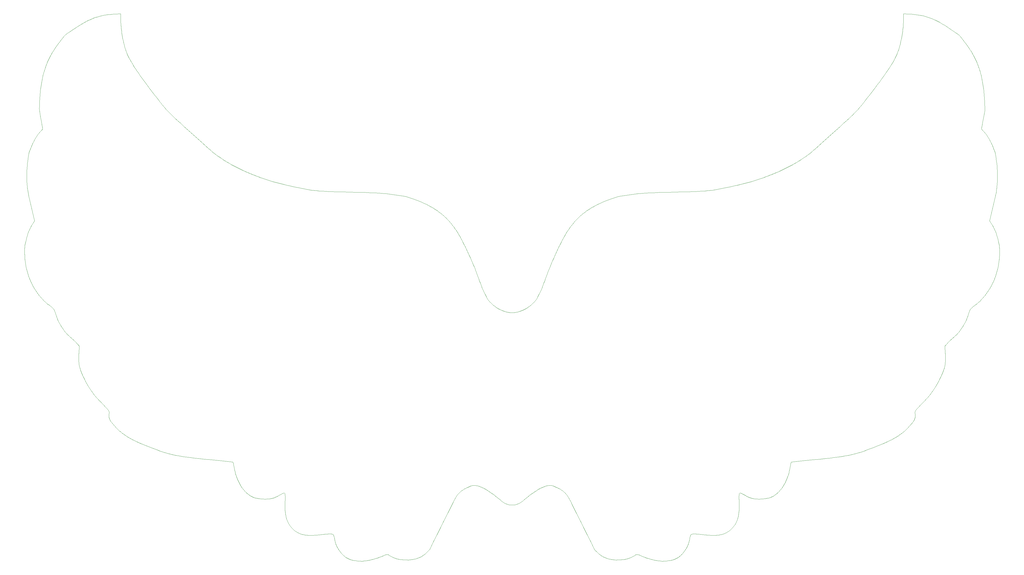
<source format=gbr>
G04 #@! TF.GenerationSoftware,KiCad,Pcbnew,5.1.5+dfsg1-2build2*
G04 #@! TF.CreationDate,2021-03-02T19:33:05+00:00*
G04 #@! TF.ProjectId,rev1,72657631-2e6b-4696-9361-645f70636258,rev?*
G04 #@! TF.SameCoordinates,Original*
G04 #@! TF.FileFunction,Profile,NP*
%FSLAX46Y46*%
G04 Gerber Fmt 4.6, Leading zero omitted, Abs format (unit mm)*
G04 Created by KiCad (PCBNEW 5.1.5+dfsg1-2build2) date 2021-03-02 19:33:05*
%MOMM*%
%LPD*%
G04 APERTURE LIST*
%ADD10C,0.100000*%
G04 APERTURE END LIST*
D10*
X345008466Y-47495204D02*
X345008466Y-47495204D01*
X345177799Y-47492293D02*
X345008466Y-47495204D01*
X345537632Y-47491235D02*
X345177799Y-47492293D01*
X346262590Y-47515312D02*
X345537632Y-47491235D01*
X346961089Y-47548385D02*
X346262590Y-47515312D01*
X347633130Y-47591247D02*
X346961089Y-47548385D01*
X348281358Y-47643899D02*
X347633130Y-47591247D01*
X348908420Y-47706606D02*
X348281358Y-47643899D01*
X349511669Y-47779895D02*
X348908420Y-47706606D01*
X350099043Y-47864297D02*
X349511669Y-47779895D01*
X350667897Y-47960076D02*
X350099043Y-47864297D01*
X351220875Y-48067232D02*
X350667897Y-47960076D01*
X351760624Y-48186559D02*
X351220875Y-48067232D01*
X352287145Y-48318057D02*
X351760624Y-48186559D01*
X352805727Y-48462519D02*
X352287145Y-48318057D01*
X353313727Y-48619681D02*
X352805727Y-48462519D01*
X353816434Y-48790337D02*
X353313727Y-48619681D01*
X354313850Y-48975016D02*
X353816434Y-48790337D01*
X354808621Y-49173454D02*
X354313850Y-48975016D01*
X355303391Y-49386443D02*
X354808621Y-49173454D01*
X355795515Y-49614249D02*
X355303391Y-49386443D01*
X356292931Y-49857136D02*
X355795515Y-49614249D01*
X356792993Y-50115634D02*
X356292931Y-49857136D01*
X357298347Y-50389742D02*
X356792993Y-50115634D01*
X357811638Y-50680254D02*
X357298347Y-50389742D01*
X358332866Y-50987435D02*
X357811638Y-50680254D01*
X358867324Y-51311284D02*
X358332866Y-50987435D01*
X359412365Y-51652596D02*
X358867324Y-51311284D01*
X359973281Y-52011371D02*
X359412365Y-51652596D01*
X360552718Y-52388137D02*
X359973281Y-52011371D01*
X361148029Y-52783160D02*
X360552718Y-52388137D01*
X362399507Y-53629561D02*
X361148029Y-52783160D01*
X363746234Y-54553220D02*
X362399507Y-53629561D01*
X363801797Y-54593172D02*
X363746234Y-54553220D01*
X363846776Y-54646353D02*
X363801797Y-54593172D01*
X364301859Y-55198802D02*
X363846776Y-54646353D01*
X364749004Y-55749664D02*
X364301859Y-55198802D01*
X365190857Y-56300526D02*
X364749004Y-55749664D01*
X365624774Y-56853504D02*
X365190857Y-56300526D01*
X366048106Y-57409922D02*
X365624774Y-56853504D01*
X366463502Y-57971897D02*
X366048106Y-57409922D01*
X366870960Y-58541015D02*
X366463502Y-57971897D01*
X367267834Y-59119129D02*
X366870960Y-58541015D01*
X367654125Y-59708090D02*
X367267834Y-59119129D01*
X367844625Y-60007069D02*
X367654125Y-59708090D01*
X368032479Y-60309223D02*
X367844625Y-60007069D01*
X368215041Y-60615081D02*
X368032479Y-60309223D01*
X368397603Y-60924643D02*
X368215041Y-60615081D01*
X368574874Y-61238438D02*
X368397603Y-60924643D01*
X368749499Y-61556203D02*
X368574874Y-61238438D01*
X368921478Y-61878465D02*
X368749499Y-61556203D01*
X369090811Y-62205489D02*
X368921478Y-61878465D01*
X369257498Y-62537276D02*
X369090811Y-62205489D01*
X369418894Y-62874091D02*
X369257498Y-62537276D01*
X369577644Y-63216461D02*
X369418894Y-62874091D01*
X369733748Y-63564123D02*
X369577644Y-63216461D01*
X369887206Y-63917871D02*
X369733748Y-63564123D01*
X370035372Y-64277174D02*
X369887206Y-63917871D01*
X370180893Y-64643093D02*
X370035372Y-64277174D01*
X370323768Y-65015096D02*
X370180893Y-64643093D01*
X370461351Y-65393714D02*
X370323768Y-65015096D01*
X370596288Y-65779476D02*
X370461351Y-65393714D01*
X370725934Y-66172118D02*
X370596288Y-65779476D01*
X370852934Y-66572167D02*
X370725934Y-66172118D01*
X370977288Y-66979625D02*
X370852934Y-66572167D01*
X371096350Y-67394756D02*
X370977288Y-66979625D01*
X371210121Y-67818089D02*
X371096350Y-67394756D01*
X371321246Y-68249359D02*
X371210121Y-67818089D01*
X371427079Y-68689096D02*
X371321246Y-68249359D01*
X371530266Y-69137564D02*
X371427079Y-68689096D01*
X371628162Y-69594763D02*
X371530266Y-69137564D01*
X371723412Y-70060959D02*
X371628162Y-69594763D01*
X371813370Y-70536679D02*
X371723412Y-70060959D01*
X371898037Y-71021659D02*
X371813370Y-70536679D01*
X371977411Y-71516430D02*
X371898037Y-71021659D01*
X372054141Y-72021254D02*
X371977411Y-71516430D01*
X372125578Y-72536133D02*
X372054141Y-72021254D01*
X372191724Y-73061330D02*
X372125578Y-72536133D01*
X372255224Y-73597110D02*
X372191724Y-73061330D01*
X372310786Y-74143739D02*
X372255224Y-73597110D01*
X372363703Y-74701480D02*
X372310786Y-74143739D01*
X372411328Y-75270333D02*
X372363703Y-74701480D01*
X372453661Y-75850828D02*
X372411328Y-75270333D01*
X372490702Y-76442965D02*
X372453661Y-75850828D01*
X372522452Y-77047008D02*
X372490702Y-76442965D01*
X372548911Y-77663222D02*
X372522452Y-77047008D01*
X372570077Y-78291607D02*
X372548911Y-77663222D01*
X372585952Y-78932691D02*
X372570077Y-78291607D01*
X372596536Y-79586740D02*
X372585952Y-78932691D01*
X372601827Y-80253490D02*
X372596536Y-79586740D01*
X372601827Y-80300585D02*
X372601827Y-80253490D01*
X372593890Y-80347152D02*
X372601827Y-80300585D01*
X372181140Y-82547953D02*
X372593890Y-80347152D01*
X371871578Y-84184399D02*
X372181140Y-82547953D01*
X371752516Y-84816488D02*
X371871578Y-84184399D01*
X371659912Y-85338510D02*
X371752516Y-84816488D01*
X371591120Y-85760785D02*
X371659912Y-85338510D01*
X371546141Y-86093365D02*
X371591120Y-85760785D01*
X371532912Y-86228038D02*
X371546141Y-86093365D01*
X371524975Y-86341544D02*
X371532912Y-86228038D01*
X371522329Y-86509819D02*
X371524975Y-86341544D01*
X371530266Y-86608773D02*
X371522329Y-86509819D01*
X371538204Y-86648990D02*
X371530266Y-86608773D01*
X371548787Y-86665659D02*
X371538204Y-86648990D01*
X371575245Y-86694763D02*
X371548787Y-86665659D01*
X371736641Y-86837637D02*
X371575245Y-86694763D01*
X371741933Y-86842665D02*
X371736641Y-86837637D01*
X371747224Y-86848485D02*
X371741933Y-86842665D01*
X371900682Y-86993741D02*
X371747224Y-86848485D01*
X372051495Y-87147464D02*
X371900682Y-86993741D01*
X372204953Y-87309389D02*
X372051495Y-87147464D01*
X372358411Y-87479516D02*
X372204953Y-87309389D01*
X372509223Y-87657316D02*
X372358411Y-87479516D01*
X372662681Y-87843053D02*
X372509223Y-87657316D01*
X372816140Y-88036463D02*
X372662681Y-87843053D01*
X372966952Y-88237282D02*
X372816140Y-88036463D01*
X373117764Y-88445508D02*
X372966952Y-88237282D01*
X373268576Y-88660879D02*
X373117764Y-88445508D01*
X373419389Y-88883129D02*
X373268576Y-88660879D01*
X373570201Y-89112258D02*
X373419389Y-88883129D01*
X373718368Y-89348001D02*
X373570201Y-89112258D01*
X373866534Y-89590359D02*
X373718368Y-89348001D01*
X374012055Y-89839067D02*
X373866534Y-89590359D01*
X374157575Y-90094125D02*
X374012055Y-89839067D01*
X374300450Y-90355004D02*
X374157575Y-90094125D01*
X374440679Y-90621968D02*
X374300450Y-90355004D01*
X374580908Y-90894753D02*
X374440679Y-90621968D01*
X374721137Y-91172830D02*
X374580908Y-90894753D01*
X374856074Y-91456727D02*
X374721137Y-91172830D01*
X374991012Y-91745652D02*
X374856074Y-91456727D01*
X375123303Y-92039604D02*
X374991012Y-91745652D01*
X375252949Y-92338847D02*
X375123303Y-92039604D01*
X375379949Y-92642588D02*
X375252949Y-92338847D01*
X375506949Y-92951092D02*
X375379949Y-92642588D01*
X375628657Y-93264094D02*
X375506949Y-92951092D01*
X375747719Y-93581594D02*
X375628657Y-93264094D01*
X375864136Y-93903062D02*
X375747719Y-93581594D01*
X375977906Y-94228764D02*
X375864136Y-93903062D01*
X376089031Y-94558169D02*
X375977906Y-94228764D01*
X376194864Y-94891279D02*
X376089031Y-94558169D01*
X376208094Y-94927527D02*
X376194864Y-94891279D01*
X376213385Y-94964833D02*
X376208094Y-94927527D01*
X376337739Y-95784512D02*
X376213385Y-94964833D01*
X376454156Y-96612392D02*
X376337739Y-95784512D01*
X376559989Y-97449532D02*
X376454156Y-96612392D01*
X376655239Y-98295669D02*
X376559989Y-97449532D01*
X376737260Y-99151595D02*
X376655239Y-98295669D01*
X376771655Y-99583394D02*
X376737260Y-99151595D01*
X376803405Y-100017575D02*
X376771655Y-99583394D01*
X376829864Y-100454666D02*
X376803405Y-100017575D01*
X376853676Y-100894139D02*
X376829864Y-100454666D01*
X376869551Y-101336521D02*
X376853676Y-100894139D01*
X376882780Y-101781814D02*
X376869551Y-101336521D01*
X376890718Y-102229753D02*
X376882780Y-101781814D01*
X376890718Y-102680603D02*
X376890718Y-102229753D01*
X376888072Y-103134363D02*
X376890718Y-102680603D01*
X376877489Y-103591298D02*
X376888072Y-103134363D01*
X376861614Y-104051143D02*
X376877489Y-103591298D01*
X376837801Y-104514163D02*
X376861614Y-104051143D01*
X376808697Y-104980358D02*
X376837801Y-104514163D01*
X376771655Y-105449729D02*
X376808697Y-104980358D01*
X376729322Y-105922274D02*
X376771655Y-105449729D01*
X376676406Y-106398259D02*
X376729322Y-105922274D01*
X376618197Y-106877418D02*
X376676406Y-106398259D01*
X376552052Y-107360282D02*
X376618197Y-106877418D01*
X376477968Y-107846321D02*
X376552052Y-107360282D01*
X376393302Y-108336065D02*
X376477968Y-107846321D01*
X376303343Y-108829247D02*
X376393302Y-108336065D01*
X376200156Y-109326134D02*
X376303343Y-108829247D01*
X376197510Y-109332220D02*
X376200156Y-109326134D01*
X374205200Y-117681665D02*
X376197510Y-109332220D01*
X374580908Y-118259779D02*
X374205200Y-117681665D01*
X374919574Y-118798206D02*
X374580908Y-118259779D01*
X375221199Y-119304353D02*
X374919574Y-118798206D01*
X375491074Y-119784836D02*
X375221199Y-119304353D01*
X375615428Y-120017404D02*
X375491074Y-119784836D01*
X375734490Y-120246268D02*
X375615428Y-120017404D01*
X375845615Y-120472222D02*
X375734490Y-120246268D01*
X375951448Y-120696059D02*
X375845615Y-120472222D01*
X376051990Y-120918574D02*
X375951448Y-120696059D01*
X376147240Y-121140559D02*
X376051990Y-120918574D01*
X376239844Y-121363338D02*
X376147240Y-121140559D01*
X376327156Y-121587175D02*
X376239844Y-121363338D01*
X376411823Y-121813129D02*
X376327156Y-121587175D01*
X376491197Y-122042258D02*
X376411823Y-121813129D01*
X376644656Y-122512951D02*
X376491197Y-122042258D01*
X376790176Y-123006134D02*
X376644656Y-122512951D01*
X376933051Y-123528685D02*
X376790176Y-123006134D01*
X377073280Y-124087484D02*
X376933051Y-123528685D01*
X377218801Y-124689146D02*
X377073280Y-124087484D01*
X377528363Y-126049632D02*
X377218801Y-124689146D01*
X377536300Y-126087467D02*
X377528363Y-126049632D01*
X377538946Y-126125567D02*
X377536300Y-126087467D01*
X377570696Y-126646796D02*
X377538946Y-126125567D01*
X377591863Y-127175962D02*
X377570696Y-126646796D01*
X377602446Y-127713330D02*
X377591863Y-127175962D01*
X377605092Y-128257842D02*
X377602446Y-127713330D01*
X377597154Y-128809233D02*
X377605092Y-128257842D01*
X377578634Y-129367238D02*
X377597154Y-128809233D01*
X377546884Y-129931329D02*
X377578634Y-129367238D01*
X377504550Y-130500712D02*
X377546884Y-129931329D01*
X377446342Y-131075386D02*
X377504550Y-130500712D01*
X377377550Y-131654558D02*
X377446342Y-131075386D01*
X377292884Y-132238228D02*
X377377550Y-131654558D01*
X377194988Y-132825338D02*
X377292884Y-132238228D01*
X377081218Y-133415623D02*
X377194988Y-132825338D01*
X376951572Y-134009082D02*
X377081218Y-133415623D01*
X376880134Y-134306473D02*
X376951572Y-134009082D01*
X376803405Y-134604659D02*
X376880134Y-134306473D01*
X376724030Y-134903108D02*
X376803405Y-134604659D01*
X376642010Y-135202087D02*
X376724030Y-134903108D01*
X376552052Y-135501330D02*
X376642010Y-135202087D01*
X376459447Y-135801103D02*
X376552052Y-135501330D01*
X376361552Y-136100875D02*
X376459447Y-135801103D01*
X376261010Y-136400913D02*
X376361552Y-136100875D01*
X376152531Y-136701214D02*
X376261010Y-136400913D01*
X376041406Y-137001516D02*
X376152531Y-136701214D01*
X375924990Y-137301818D02*
X376041406Y-137001516D01*
X375803282Y-137602119D02*
X375924990Y-137301818D01*
X375676282Y-137902156D02*
X375803282Y-137602119D01*
X375546636Y-138202194D02*
X375676282Y-137902156D01*
X375409053Y-138501966D02*
X375546636Y-138202194D01*
X375266178Y-138801474D02*
X375409053Y-138501966D01*
X375118012Y-139100717D02*
X375266178Y-138801474D01*
X374967199Y-139399696D02*
X375118012Y-139100717D01*
X374808450Y-139698146D02*
X374967199Y-139399696D01*
X374644408Y-139996066D02*
X374808450Y-139698146D01*
X374475075Y-140293458D02*
X374644408Y-139996066D01*
X374300450Y-140590055D02*
X374475075Y-140293458D01*
X374120534Y-140886124D02*
X374300450Y-140590055D01*
X373932680Y-141181663D02*
X374120534Y-140886124D01*
X373739534Y-141476144D02*
X373932680Y-141181663D01*
X373541097Y-141769831D02*
X373739534Y-141476144D01*
X373337368Y-142062724D02*
X373541097Y-141769831D01*
X373125702Y-142354824D02*
X373337368Y-142062724D01*
X372908744Y-142645600D02*
X373125702Y-142354824D01*
X372686494Y-142935319D02*
X372908744Y-142645600D01*
X372456307Y-143224244D02*
X372686494Y-142935319D01*
X372220828Y-143511845D02*
X372456307Y-143224244D01*
X371977411Y-143798124D02*
X372220828Y-143511845D01*
X371728703Y-144083080D02*
X371977411Y-143798124D01*
X371474704Y-144366713D02*
X371728703Y-144083080D01*
X371210121Y-144649023D02*
X371474704Y-144366713D01*
X371207475Y-144650081D02*
X371210121Y-144649023D01*
X371093704Y-144770202D02*
X371207475Y-144650081D01*
X370974642Y-144889264D02*
X371093704Y-144770202D01*
X370723288Y-145125272D02*
X370974642Y-144889264D01*
X370453413Y-145357841D02*
X370723288Y-145125272D01*
X370175601Y-145587499D02*
X370453413Y-145357841D01*
X369887206Y-145813717D02*
X370175601Y-145587499D01*
X369598810Y-146037025D02*
X369887206Y-145813717D01*
X369029957Y-146474646D02*
X369598810Y-146037025D01*
X368757436Y-146691339D02*
X369029957Y-146474646D01*
X368503437Y-146905651D02*
X368757436Y-146691339D01*
X368270604Y-147113614D02*
X368503437Y-146905651D01*
X368061583Y-147310463D02*
X368270604Y-147113614D01*
X367884312Y-147491967D02*
X368061583Y-147310463D01*
X367741438Y-147653892D02*
X367884312Y-147491967D01*
X367683229Y-147725859D02*
X367741438Y-147653892D01*
X367635604Y-147791475D02*
X367683229Y-147725859D01*
X367601209Y-147849684D02*
X367635604Y-147791475D01*
X367574750Y-147900483D02*
X367601209Y-147849684D01*
X367397480Y-148374616D02*
X367574750Y-147900483D01*
X367236084Y-148815676D02*
X367397480Y-148374616D01*
X366955626Y-149621331D02*
X367236084Y-148815676D01*
X366825980Y-149997568D02*
X366955626Y-149621331D01*
X366696335Y-150364016D02*
X366825980Y-149997568D01*
X366561397Y-150726494D02*
X366696335Y-150364016D01*
X366415877Y-151090561D02*
X366561397Y-150726494D01*
X366257127Y-151462300D02*
X366415877Y-151090561D01*
X366077211Y-151847268D02*
X366257127Y-151462300D01*
X365870836Y-152251551D02*
X366077211Y-151847268D01*
X365638003Y-152680969D02*
X365870836Y-152251551D01*
X365368128Y-153141079D02*
X365638003Y-152680969D01*
X365058566Y-153637701D02*
X365368128Y-153141079D01*
X364704025Y-154177186D02*
X365058566Y-153637701D01*
X364301859Y-154764560D02*
X364704025Y-154177186D01*
X364301859Y-154765619D02*
X364301859Y-154764560D01*
X364166921Y-154951091D02*
X364301859Y-154765619D01*
X364026692Y-155135506D02*
X364166921Y-154951091D01*
X363878526Y-155319655D02*
X364026692Y-155135506D01*
X363722422Y-155503011D02*
X363878526Y-155319655D01*
X363558380Y-155685838D02*
X363722422Y-155503011D01*
X363391693Y-155868136D02*
X363558380Y-155685838D01*
X363039798Y-156230879D02*
X363391693Y-155868136D01*
X362672027Y-156591241D02*
X363039798Y-156230879D01*
X362293674Y-156948957D02*
X362672027Y-156591241D01*
X361523737Y-157657511D02*
X362293674Y-156948957D01*
X360804071Y-158323202D02*
X361523737Y-157657511D01*
X360460113Y-158648903D02*
X360804071Y-158323202D01*
X360134676Y-158967990D02*
X360460113Y-158648903D01*
X359830406Y-159279405D02*
X360134676Y-158967990D01*
X359549948Y-159581558D02*
X359830406Y-159279405D01*
X359420302Y-159728931D02*
X359549948Y-159581558D01*
X359298594Y-159873393D02*
X359420302Y-159728931D01*
X359187469Y-160014945D02*
X359298594Y-159873393D01*
X359081636Y-160153587D02*
X359187469Y-160014945D01*
X359084282Y-160468970D02*
X359081636Y-160153587D01*
X359094865Y-160815838D02*
X359084282Y-160468970D01*
X359113386Y-161191810D02*
X359094865Y-160815838D01*
X359137198Y-161594241D02*
X359113386Y-161191810D01*
X359190115Y-162467630D02*
X359137198Y-161594241D01*
X359216573Y-162933031D02*
X359190115Y-162467630D01*
X359237740Y-163414308D02*
X359216573Y-162933031D01*
X359253615Y-163930774D02*
X359237740Y-163414308D01*
X359258907Y-164455177D02*
X359253615Y-163930774D01*
X359256261Y-164719496D02*
X359258907Y-164455177D01*
X359250969Y-164984343D02*
X359256261Y-164719496D01*
X359240386Y-165249455D02*
X359250969Y-164984343D01*
X359224511Y-165514832D02*
X359240386Y-165249455D01*
X359200698Y-165779415D02*
X359224511Y-165514832D01*
X359174240Y-166043469D02*
X359200698Y-165779415D01*
X359142490Y-166306200D02*
X359174240Y-166043469D01*
X359100157Y-166567343D02*
X359142490Y-166306200D01*
X359055178Y-166826370D02*
X359100157Y-166567343D01*
X358999615Y-167083016D02*
X359055178Y-166826370D01*
X358936115Y-167337015D02*
X358999615Y-167083016D01*
X358867324Y-167587575D02*
X358936115Y-167337015D01*
X358867324Y-167588104D02*
X358867324Y-167587575D01*
X358764136Y-167916981D02*
X358867324Y-167588104D01*
X358653012Y-168245858D02*
X358764136Y-167916981D01*
X358536595Y-168574734D02*
X358653012Y-168245858D01*
X358412241Y-168903082D02*
X358536595Y-168574734D01*
X358285241Y-169230900D02*
X358412241Y-168903082D01*
X358150304Y-169557396D02*
X358285241Y-169230900D01*
X358010075Y-169882568D02*
X358150304Y-169557396D01*
X357867200Y-170206153D02*
X358010075Y-169882568D01*
X357719034Y-170527622D02*
X357867200Y-170206153D01*
X357568221Y-170846973D02*
X357719034Y-170527622D01*
X357412117Y-171163679D02*
X357568221Y-170846973D01*
X357253367Y-171477210D02*
X357412117Y-171163679D01*
X356927930Y-172094482D02*
X357253367Y-171477210D01*
X356597202Y-172696144D02*
X356927930Y-172094482D01*
X356258535Y-173279814D02*
X356597202Y-172696144D01*
X355919869Y-173842847D02*
X356258535Y-173279814D01*
X355581203Y-174382861D02*
X355919869Y-173842847D01*
X355247828Y-174896945D02*
X355581203Y-174382861D01*
X354922391Y-175383249D02*
X355247828Y-174896945D01*
X354607537Y-175838596D02*
X354922391Y-175383249D01*
X354305913Y-176260871D02*
X354607537Y-175838596D01*
X354020163Y-176647691D02*
X354305913Y-176260871D01*
X354020163Y-176649278D02*
X354020163Y-176647691D01*
X353829663Y-176895076D02*
X354020163Y-176649278D01*
X353588893Y-177185588D02*
X353829663Y-176895076D01*
X353305789Y-177512348D02*
X353588893Y-177185588D01*
X352990935Y-177866096D02*
X353305789Y-177512348D01*
X352649623Y-178237835D02*
X352990935Y-177866096D01*
X352295082Y-178619099D02*
X352649623Y-178237835D01*
X351929958Y-179000628D02*
X352295082Y-178619099D01*
X351567479Y-179373425D02*
X351929958Y-179000628D01*
X351567479Y-179374483D02*
X351567479Y-179373425D01*
X351567479Y-179375542D02*
X351567479Y-179374483D01*
X351109750Y-179836181D02*
X351567479Y-179375542D01*
X350702292Y-180252105D02*
X351109750Y-179836181D01*
X350345105Y-180625961D02*
X350702292Y-180252105D01*
X350032897Y-180960923D02*
X350345105Y-180625961D01*
X349765669Y-181259373D02*
X350032897Y-180960923D01*
X349540773Y-181524220D02*
X349765669Y-181259373D01*
X349355565Y-181758112D02*
X349540773Y-181524220D01*
X349210044Y-181964222D02*
X349355565Y-181758112D01*
X349096274Y-182141228D02*
X349210044Y-181964222D01*
X349011607Y-182291511D02*
X349096274Y-182141228D01*
X348979857Y-182358980D02*
X349011607Y-182291511D01*
X348956045Y-182422480D02*
X348979857Y-182358980D01*
X348934878Y-182483069D02*
X348956045Y-182422480D01*
X348921649Y-182541542D02*
X348934878Y-182483069D01*
X348911066Y-182598692D02*
X348921649Y-182541542D01*
X348905774Y-182655842D02*
X348911066Y-182598692D01*
X348905774Y-182713256D02*
X348905774Y-182655842D01*
X348908420Y-182772523D02*
X348905774Y-182713256D01*
X348926940Y-182898994D02*
X348908420Y-182772523D01*
X348979857Y-183158285D02*
X348926940Y-182898994D01*
X349001024Y-183286078D02*
X348979857Y-183158285D01*
X349016899Y-183413872D02*
X349001024Y-183286078D01*
X349027482Y-183542195D02*
X349016899Y-183413872D01*
X349032774Y-183670518D02*
X349027482Y-183542195D01*
X349032774Y-183799369D02*
X349032774Y-183670518D01*
X349027482Y-183928221D02*
X349032774Y-183799369D01*
X349016899Y-184057338D02*
X349027482Y-183928221D01*
X348998378Y-184186719D02*
X349016899Y-184057338D01*
X348977211Y-184316365D02*
X348998378Y-184186719D01*
X348948107Y-184446010D02*
X348977211Y-184316365D01*
X348911066Y-184576185D02*
X348948107Y-184446010D01*
X348871378Y-184706095D02*
X348911066Y-184576185D01*
X348823753Y-184836535D02*
X348871378Y-184706095D01*
X348768191Y-184966974D02*
X348823753Y-184836535D01*
X348709982Y-185097678D02*
X348768191Y-184966974D01*
X348643837Y-185228911D02*
X348709982Y-185097678D01*
X348572399Y-185360938D02*
X348643837Y-185228911D01*
X348493024Y-185494024D02*
X348572399Y-185360938D01*
X348411004Y-185628696D02*
X348493024Y-185494024D01*
X348225796Y-185903598D02*
X348411004Y-185628696D01*
X348016775Y-186187496D02*
X348225796Y-185903598D01*
X347781296Y-186482770D02*
X348016775Y-186187496D01*
X347519359Y-186791539D02*
X347781296Y-186482770D01*
X347230963Y-187116182D02*
X347519359Y-186791539D01*
X346916110Y-187458817D02*
X347230963Y-187116182D01*
X346659464Y-187733719D02*
X346916110Y-187458817D01*
X346400173Y-188000683D02*
X346659464Y-187733719D01*
X346140881Y-188260768D02*
X346400173Y-188000683D01*
X345878944Y-188513709D02*
X346140881Y-188260768D01*
X345611715Y-188760565D02*
X345878944Y-188513709D01*
X345344487Y-189001336D02*
X345611715Y-188760565D01*
X345071966Y-189236815D02*
X345344487Y-189001336D01*
X344791508Y-189467002D02*
X345071966Y-189236815D01*
X344508404Y-189692691D02*
X344791508Y-189467002D01*
X344217363Y-189914412D02*
X344508404Y-189692691D01*
X343918384Y-190132164D02*
X344217363Y-189914412D01*
X343611468Y-190346740D02*
X343918384Y-190132164D01*
X343296614Y-190558407D02*
X343611468Y-190346740D01*
X342971177Y-190767692D02*
X343296614Y-190558407D01*
X342637803Y-190974860D02*
X342971177Y-190767692D01*
X342291199Y-191180441D02*
X342637803Y-190974860D01*
X341931366Y-191384964D02*
X342291199Y-191180441D01*
X341563596Y-191588958D02*
X341931366Y-191384964D01*
X341179950Y-191792686D02*
X341563596Y-191588958D01*
X340780430Y-191996415D02*
X341179950Y-191792686D01*
X340370326Y-192200938D02*
X340780430Y-191996415D01*
X339941702Y-192406519D02*
X340370326Y-192200938D01*
X339497202Y-192613423D02*
X339941702Y-192406519D01*
X339036828Y-192822444D02*
X339497202Y-192613423D01*
X338560579Y-193033845D02*
X339036828Y-192822444D01*
X338063163Y-193247893D02*
X338560579Y-193033845D01*
X337547226Y-193465380D02*
X338063163Y-193247893D01*
X337012768Y-193686307D02*
X337547226Y-193465380D01*
X335880353Y-194141125D02*
X337012768Y-193686307D01*
X334660625Y-194616052D02*
X335880353Y-194141125D01*
X334660625Y-194616052D02*
X334660625Y-194616052D01*
X334660625Y-194616581D02*
X334660625Y-194616052D01*
X333443543Y-195079072D02*
X334660625Y-194616581D01*
X332321711Y-195492880D02*
X333443543Y-195079072D01*
X331789900Y-195682850D02*
X332321711Y-195492880D01*
X331268671Y-195862767D02*
X331789900Y-195682850D01*
X330760672Y-196033158D02*
X331268671Y-195862767D01*
X330260610Y-196194289D02*
X330760672Y-196033158D01*
X329763194Y-196346954D02*
X330260610Y-196194289D01*
X329268424Y-196491945D02*
X329763194Y-196346954D01*
X328768362Y-196629793D02*
X329268424Y-196491945D01*
X328263008Y-196761026D02*
X328768362Y-196629793D01*
X327749717Y-196886438D02*
X328263008Y-196761026D01*
X327223197Y-197006294D02*
X327749717Y-196886438D01*
X326680802Y-197121917D02*
X327223197Y-197006294D01*
X326117240Y-197233307D02*
X326680802Y-197121917D01*
X325532512Y-197341257D02*
X326117240Y-197233307D01*
X324918679Y-197446296D02*
X325532512Y-197341257D01*
X324278388Y-197549483D02*
X324918679Y-197446296D01*
X323603702Y-197650819D02*
X324278388Y-197549483D01*
X322894619Y-197751360D02*
X323603702Y-197650819D01*
X322143203Y-197851902D02*
X322894619Y-197751360D01*
X321352100Y-197952443D02*
X322143203Y-197851902D01*
X320513372Y-198054043D02*
X321352100Y-197952443D01*
X318682458Y-198262799D02*
X320513372Y-198054043D01*
X316626648Y-198482932D02*
X318682458Y-198262799D01*
X314319484Y-198719469D02*
X316626648Y-198482932D01*
X311731862Y-198977438D02*
X314319484Y-198719469D01*
X311729217Y-198977967D02*
X311731862Y-198977438D01*
X307202201Y-199446279D02*
X311729217Y-198977967D01*
X307099014Y-199458979D02*
X307202201Y-199446279D01*
X307032868Y-199470356D02*
X307099014Y-199458979D01*
X307009056Y-199473266D02*
X307032868Y-199470356D01*
X306995827Y-199476971D02*
X307009056Y-199473266D01*
X306977306Y-199510837D02*
X306995827Y-199476971D01*
X306945556Y-199588360D02*
X306977306Y-199510837D01*
X306900577Y-199716418D02*
X306945556Y-199588360D01*
X306850306Y-199892630D02*
X306900577Y-199716418D01*
X306794744Y-200119378D02*
X306850306Y-199892630D01*
X306733889Y-200399836D02*
X306794744Y-200119378D01*
X306588369Y-201131143D02*
X306733889Y-200399836D01*
X306403161Y-202107190D02*
X306588369Y-201131143D01*
X306403161Y-202108248D02*
X306403161Y-202107190D01*
X306403161Y-202109307D02*
X306403161Y-202108248D01*
X306347598Y-202385796D02*
X306403161Y-202109307D01*
X306284098Y-202672604D02*
X306347598Y-202385796D01*
X306212661Y-202968672D02*
X306284098Y-202672604D01*
X306133286Y-203272943D02*
X306212661Y-202968672D01*
X306045974Y-203584622D02*
X306133286Y-203272943D01*
X305950724Y-203902650D02*
X306045974Y-203584622D01*
X305844891Y-204226500D02*
X305950724Y-203902650D01*
X305731120Y-204554847D02*
X305844891Y-204226500D01*
X305609412Y-204886899D02*
X305731120Y-204554847D01*
X305477120Y-205222126D02*
X305609412Y-204886899D01*
X305336891Y-205559205D02*
X305477120Y-205222126D01*
X305186079Y-205897077D02*
X305336891Y-205559205D01*
X305027329Y-206235479D02*
X305186079Y-205897077D01*
X304857996Y-206572822D02*
X305027329Y-206235479D01*
X304678080Y-206908842D02*
X304857996Y-206572822D01*
X304490226Y-207242217D02*
X304678080Y-206908842D01*
X304289143Y-207572152D02*
X304490226Y-207242217D01*
X304080122Y-207897854D02*
X304289143Y-207572152D01*
X303857872Y-208217999D02*
X304080122Y-207897854D01*
X303627685Y-208532324D02*
X303857872Y-208217999D01*
X303386915Y-208839505D02*
X303627685Y-208532324D01*
X303132915Y-209138748D02*
X303386915Y-208839505D01*
X302868332Y-209428996D02*
X303132915Y-209138748D01*
X302593166Y-209709718D02*
X302868332Y-209428996D01*
X302450291Y-209845978D02*
X302593166Y-209709718D01*
X302307416Y-209979593D02*
X302450291Y-209845978D01*
X302159249Y-210110297D02*
X302307416Y-209979593D01*
X302008437Y-210238090D02*
X302159249Y-210110297D01*
X301854979Y-210362709D02*
X302008437Y-210238090D01*
X301698875Y-210484153D02*
X301854979Y-210362709D01*
X301538273Y-210602157D02*
X301698875Y-210484153D01*
X301375819Y-210716721D02*
X301538273Y-210602157D01*
X301210190Y-210827846D02*
X301375819Y-210716721D01*
X301041386Y-210935002D02*
X301210190Y-210827846D01*
X300869672Y-211038718D02*
X301041386Y-210935002D01*
X300695047Y-211138466D02*
X300869672Y-211038718D01*
X300516983Y-211233981D02*
X300695047Y-211138466D01*
X300336008Y-211325526D02*
X300516983Y-211233981D01*
X300151858Y-211412839D02*
X300336008Y-211325526D01*
X299964533Y-211495653D02*
X300151858Y-211412839D01*
X299938340Y-211507030D02*
X299964533Y-211495653D01*
X299910823Y-211514968D02*
X299938340Y-211507030D01*
X299696775Y-211575028D02*
X299910823Y-211514968D01*
X299452036Y-211636676D02*
X299696775Y-211575028D01*
X299178986Y-211698588D02*
X299452036Y-211636676D01*
X298880008Y-211758913D02*
X299178986Y-211698588D01*
X298557216Y-211816857D02*
X298880008Y-211758913D01*
X298212994Y-211870567D02*
X298557216Y-211816857D01*
X297849457Y-211918986D02*
X298212994Y-211870567D01*
X297469251Y-211960261D02*
X297849457Y-211918986D01*
X297073964Y-211993334D02*
X297469251Y-211960261D01*
X296666506Y-212016617D02*
X297073964Y-211993334D01*
X296248994Y-212028788D02*
X296666506Y-212016617D01*
X295823545Y-212028523D02*
X296248994Y-212028788D01*
X295392539Y-212014236D02*
X295823545Y-212028523D01*
X295175581Y-212001536D02*
X295392539Y-212014236D01*
X294958094Y-211984867D02*
X295175581Y-212001536D01*
X294740342Y-211963701D02*
X294958094Y-211984867D01*
X294522590Y-211938565D02*
X294740342Y-211963701D01*
X294305368Y-211908667D02*
X294522590Y-211938565D01*
X294088410Y-211874007D02*
X294305368Y-211908667D01*
X294086822Y-211873478D02*
X294088410Y-211874007D01*
X294085764Y-211873478D02*
X294086822Y-211873478D01*
X293892618Y-211836436D02*
X294085764Y-211873478D01*
X293704235Y-211794897D02*
X293892618Y-211836436D01*
X293520614Y-211748859D02*
X293704235Y-211794897D01*
X293341756Y-211699118D02*
X293520614Y-211748859D01*
X293167396Y-211645407D02*
X293341756Y-211699118D01*
X292998063Y-211588787D02*
X293167396Y-211645407D01*
X292833228Y-211528991D02*
X292998063Y-211588787D01*
X292672891Y-211466814D02*
X292833228Y-211528991D01*
X292366503Y-211336374D02*
X292672891Y-211466814D01*
X292078373Y-211199850D02*
X292366503Y-211336374D01*
X291808233Y-211060150D02*
X292078373Y-211199850D01*
X291556350Y-210920450D02*
X291808233Y-211060150D01*
X291099945Y-210652692D02*
X291556350Y-210920450D01*
X290714712Y-210419594D02*
X291099945Y-210652692D01*
X290418643Y-210244969D02*
X290714712Y-210419594D01*
X290309371Y-210186761D02*
X290418643Y-210244969D01*
X290229202Y-210152101D02*
X290309371Y-210186761D01*
X290212004Y-210146545D02*
X290229202Y-210152101D01*
X290195071Y-210139136D02*
X290212004Y-210146545D01*
X290040290Y-210077488D02*
X290195071Y-210139136D01*
X289909321Y-210032509D02*
X290040290Y-210077488D01*
X289800577Y-210001553D02*
X289909321Y-210032509D01*
X289712736Y-209982503D02*
X289800577Y-210001553D01*
X289643944Y-209972714D02*
X289712736Y-209982503D01*
X289593144Y-209969803D02*
X289643944Y-209972714D01*
X289558219Y-209971391D02*
X289593144Y-209969803D01*
X289537847Y-209974830D02*
X289558219Y-209971391D01*
X289510595Y-209992293D02*
X289537847Y-209974830D01*
X289469849Y-210028805D02*
X289510595Y-209992293D01*
X289368778Y-210128818D02*
X289469849Y-210028805D01*
X289349728Y-210201049D02*
X289368778Y-210128818D01*
X289336234Y-210265872D02*
X289349728Y-210201049D01*
X289321682Y-210355830D02*
X289336234Y-210265872D01*
X289304749Y-210497117D02*
X289321682Y-210355830D01*
X289289668Y-210657454D02*
X289304749Y-210497117D01*
X289267443Y-211027077D02*
X289289668Y-210657454D01*
X289256595Y-211446441D02*
X289267443Y-211027077D01*
X289257653Y-211902053D02*
X289256595Y-211446441D01*
X289270882Y-212380154D02*
X289257653Y-211902053D01*
X289296547Y-212867781D02*
X289270882Y-212380154D01*
X289297076Y-212870427D02*
X289296547Y-212867781D01*
X289297076Y-212873072D02*
X289297076Y-212870427D01*
X289316126Y-213268889D02*
X289297076Y-212873072D01*
X289329355Y-213657296D02*
X289316126Y-213268889D01*
X289336763Y-214038561D02*
X289329355Y-213657296D01*
X289338086Y-214412416D02*
X289336763Y-214038561D01*
X289333588Y-214779393D02*
X289338086Y-214412416D01*
X289323005Y-215138961D02*
X289333588Y-214779393D01*
X289306336Y-215491386D02*
X289323005Y-215138961D01*
X289283582Y-215836667D02*
X289306336Y-215491386D01*
X289254743Y-216175068D02*
X289283582Y-215836667D01*
X289219553Y-216506062D02*
X289254743Y-216175068D01*
X289178278Y-216830176D02*
X289219553Y-216506062D01*
X289130653Y-217147411D02*
X289178278Y-216830176D01*
X289076414Y-217457502D02*
X289130653Y-217147411D01*
X289016089Y-217760450D02*
X289076414Y-217457502D01*
X288949149Y-218056783D02*
X289016089Y-217760450D01*
X288875860Y-218346236D02*
X288949149Y-218056783D01*
X288795956Y-218628546D02*
X288875860Y-218346236D01*
X288709702Y-218904242D02*
X288795956Y-218628546D01*
X288616569Y-219172794D02*
X288709702Y-218904242D01*
X288516821Y-219434731D02*
X288616569Y-219172794D01*
X288410458Y-219690053D02*
X288516821Y-219434731D01*
X288297217Y-219938497D02*
X288410458Y-219690053D01*
X288177361Y-220180326D02*
X288297217Y-219938497D01*
X288050626Y-220415275D02*
X288177361Y-220180326D01*
X287916747Y-220643611D02*
X288050626Y-220415275D01*
X287776253Y-220865596D02*
X287916747Y-220643611D01*
X287628616Y-221080702D02*
X287776253Y-220865596D01*
X287474099Y-221289193D02*
X287628616Y-221080702D01*
X287312439Y-221491334D02*
X287474099Y-221289193D01*
X287143635Y-221686861D02*
X287312439Y-221491334D01*
X286967687Y-221876038D02*
X287143635Y-221686861D01*
X286784596Y-222058600D02*
X286967687Y-221876038D01*
X286578750Y-222253334D02*
X286784596Y-222058600D01*
X286370259Y-222439335D02*
X286578750Y-222253334D01*
X286158857Y-222616871D02*
X286370259Y-222439335D01*
X285944280Y-222785410D02*
X286158857Y-222616871D01*
X285725735Y-222945218D02*
X285944280Y-222785410D01*
X285503220Y-223096030D02*
X285725735Y-222945218D01*
X285276208Y-223238376D02*
X285503220Y-223096030D01*
X285044433Y-223371726D02*
X285276208Y-223238376D01*
X284807632Y-223496344D02*
X285044433Y-223371726D01*
X284565274Y-223612232D02*
X284807632Y-223496344D01*
X284317359Y-223719123D02*
X284565274Y-223612232D01*
X284063095Y-223817284D02*
X284317359Y-223719123D01*
X283802481Y-223906977D02*
X284063095Y-223817284D01*
X283534987Y-223987411D02*
X283802481Y-223906977D01*
X283260086Y-224059377D02*
X283534987Y-223987411D01*
X282978040Y-224122348D02*
X283260086Y-224059377D01*
X282687793Y-224177117D02*
X282978040Y-224122348D01*
X282389608Y-224223419D02*
X282687793Y-224177117D01*
X282082956Y-224261518D02*
X282389608Y-224223419D01*
X281767308Y-224291946D02*
X282082956Y-224261518D01*
X281442136Y-224314435D02*
X281767308Y-224291946D01*
X281107174Y-224329516D02*
X281442136Y-224314435D01*
X280761364Y-224336925D02*
X281107174Y-224329516D01*
X280404971Y-224336925D02*
X280761364Y-224336925D01*
X280036936Y-224329516D02*
X280404971Y-224336925D01*
X279657259Y-224315229D02*
X280036936Y-224329516D01*
X279264882Y-224293798D02*
X279657259Y-224315229D01*
X278859541Y-224265752D02*
X279264882Y-224293798D01*
X278440971Y-224230827D02*
X278859541Y-224265752D01*
X278008378Y-224189287D02*
X278440971Y-224230827D01*
X277561497Y-224141398D02*
X278008378Y-224189287D01*
X277099800Y-224087423D02*
X277561497Y-224141398D01*
X277102446Y-224087952D02*
X277099800Y-224087423D01*
X276311607Y-223999846D02*
X277102446Y-224087952D01*
X275616812Y-223931054D02*
X276311607Y-223999846D01*
X275013827Y-223881842D02*
X275616812Y-223931054D01*
X274499213Y-223852738D02*
X275013827Y-223881842D01*
X274273789Y-223845594D02*
X274499213Y-223852738D01*
X274068737Y-223843477D02*
X274273789Y-223845594D01*
X273884058Y-223846652D02*
X274068737Y-223843477D01*
X273718694Y-223854854D02*
X273884058Y-223846652D01*
X273572644Y-223868348D02*
X273718694Y-223854854D01*
X273445115Y-223886869D02*
X273572644Y-223868348D01*
X273335577Y-223910417D02*
X273445115Y-223886869D01*
X273243767Y-223939521D02*
X273335577Y-223910417D01*
X273166773Y-223971536D02*
X273243767Y-223939521D01*
X273101157Y-224005138D02*
X273166773Y-223971536D01*
X273044536Y-224042973D02*
X273101157Y-224005138D01*
X272994794Y-224086629D02*
X273044536Y-224042973D01*
X272950345Y-224138487D02*
X272994794Y-224086629D01*
X272908805Y-224200400D02*
X272950345Y-224138487D01*
X272868059Y-224274748D02*
X272908805Y-224200400D01*
X272826255Y-224363383D02*
X272868059Y-224274748D01*
X272783922Y-224467893D02*
X272826255Y-224363383D01*
X272743176Y-224589072D02*
X272783922Y-224467893D01*
X272703224Y-224726391D02*
X272743176Y-224589072D01*
X272664330Y-224879849D02*
X272703224Y-224726391D01*
X272587072Y-225234919D02*
X272664330Y-224879849D01*
X272509020Y-225653754D02*
X272587072Y-225234919D01*
X272471714Y-225851927D02*
X272509020Y-225653754D01*
X272430439Y-226049306D02*
X272471714Y-225851927D01*
X272384931Y-226245097D02*
X272430439Y-226049306D01*
X272335454Y-226439830D02*
X272384931Y-226245097D01*
X272281743Y-226633241D02*
X272335454Y-226439830D01*
X272224064Y-226825328D02*
X272281743Y-226633241D01*
X272162416Y-227015828D02*
X272224064Y-226825328D01*
X272096535Y-227205269D02*
X272162416Y-227015828D01*
X272026685Y-227393123D02*
X272096535Y-227205269D01*
X271952602Y-227579654D02*
X272026685Y-227393123D01*
X271874815Y-227764862D02*
X271952602Y-227579654D01*
X271793058Y-227948483D02*
X271874815Y-227764862D01*
X271707069Y-228130516D02*
X271793058Y-227948483D01*
X271617111Y-228311226D02*
X271707069Y-228130516D01*
X271523448Y-228490349D02*
X271617111Y-228311226D01*
X271425817Y-228667884D02*
X271523448Y-228490349D01*
X271323953Y-228843831D02*
X271425817Y-228667884D01*
X271218649Y-229018192D02*
X271323953Y-228843831D01*
X271109111Y-229190700D02*
X271218649Y-229018192D01*
X270995870Y-229361885D02*
X271109111Y-229190700D01*
X270878660Y-229531218D02*
X270995870Y-229361885D01*
X270757745Y-229698699D02*
X270878660Y-229531218D01*
X270632862Y-229864593D02*
X270757745Y-229698699D01*
X270504275Y-230028899D02*
X270632862Y-229864593D01*
X270371719Y-230191088D02*
X270504275Y-230028899D01*
X270235458Y-230351690D02*
X270371719Y-230191088D01*
X270095494Y-230510440D02*
X270235458Y-230351690D01*
X269951825Y-230667338D02*
X270095494Y-230510440D01*
X269804453Y-230822119D02*
X269951825Y-230667338D01*
X269653111Y-230975312D02*
X269804453Y-230822119D01*
X269498330Y-231126389D02*
X269653111Y-230975312D01*
X269339580Y-231275614D02*
X269498330Y-231126389D01*
X269192737Y-231406847D02*
X269339580Y-231275614D01*
X269043247Y-231531730D02*
X269192737Y-231406847D01*
X268891112Y-231649999D02*
X269043247Y-231531730D01*
X268736067Y-231762447D02*
X268891112Y-231649999D01*
X268578110Y-231868544D02*
X268736067Y-231762447D01*
X268417773Y-231969086D02*
X268578110Y-231868544D01*
X268254261Y-232063807D02*
X268417773Y-231969086D01*
X268088103Y-232152971D02*
X268254261Y-232063807D01*
X267919299Y-232237108D02*
X268088103Y-232152971D01*
X267747849Y-232315954D02*
X267919299Y-232237108D01*
X267573224Y-232389773D02*
X267747849Y-232315954D01*
X267396218Y-232459094D02*
X267573224Y-232389773D01*
X267216302Y-232523652D02*
X267396218Y-232459094D01*
X267033475Y-232583712D02*
X267216302Y-232523652D01*
X266848002Y-232639539D02*
X267033475Y-232583712D01*
X266659884Y-232691397D02*
X266848002Y-232639539D01*
X266468855Y-232739287D02*
X266659884Y-232691397D01*
X266274915Y-232783472D02*
X266468855Y-232739287D01*
X265879099Y-232861260D02*
X266274915Y-232783472D01*
X265472171Y-232926347D02*
X265879099Y-232861260D01*
X265053865Y-232980058D02*
X265472171Y-232926347D01*
X264624711Y-233023714D02*
X265053865Y-232980058D01*
X264184445Y-233058639D02*
X264624711Y-233023714D01*
X263732802Y-233086420D02*
X264184445Y-233058639D01*
X263270311Y-233108380D02*
X263732802Y-233086420D01*
X263233534Y-233109968D02*
X263270311Y-233108380D01*
X263196757Y-233105999D02*
X263233534Y-233109968D01*
X262781097Y-233058903D02*
X263196757Y-233105999D01*
X262347710Y-233003605D02*
X262781097Y-233058903D01*
X261898183Y-232939047D02*
X262347710Y-233003605D01*
X261433840Y-232864964D02*
X261898183Y-232939047D01*
X260956797Y-232780033D02*
X261433840Y-232864964D01*
X260468377Y-232683989D02*
X260956797Y-232780033D01*
X259970167Y-232575775D02*
X260468377Y-232683989D01*
X259464020Y-232455125D02*
X259970167Y-232575775D01*
X258951523Y-232320981D02*
X259464020Y-232455125D01*
X258433998Y-232172550D02*
X258951523Y-232320981D01*
X257913299Y-232009567D02*
X258433998Y-232172550D01*
X257391012Y-231830709D02*
X257913299Y-232009567D01*
X257129604Y-231735194D02*
X257391012Y-231830709D01*
X256868725Y-231635711D02*
X257129604Y-231735194D01*
X256608111Y-231531730D02*
X256868725Y-231635711D01*
X256348026Y-231423516D02*
X256608111Y-231531730D01*
X256088999Y-231310803D02*
X256348026Y-231423516D01*
X255830766Y-231193593D02*
X256088999Y-231310803D01*
X255573856Y-231071885D02*
X255830766Y-231193593D01*
X255318269Y-230945414D02*
X255573856Y-231071885D01*
X254983836Y-230885883D02*
X255318269Y-230945414D01*
X254722163Y-230852281D02*
X254983836Y-230885883D01*
X254616859Y-230844344D02*
X254722163Y-230852281D01*
X254527695Y-230842227D02*
X254616859Y-230844344D01*
X254453612Y-230845402D02*
X254527695Y-230842227D01*
X254394345Y-230853339D02*
X254453612Y-230845402D01*
X254341958Y-230866039D02*
X254394345Y-230853339D01*
X254291158Y-230883502D02*
X254341958Y-230866039D01*
X254240093Y-230907843D02*
X254291158Y-230883502D01*
X254186383Y-230940123D02*
X254240093Y-230907843D01*
X254127116Y-230982456D02*
X254186383Y-230940123D01*
X254060706Y-231036695D02*
X254127116Y-230982456D01*
X253895606Y-231186714D02*
X254060706Y-231036695D01*
X253848510Y-231231693D02*
X253895606Y-231186714D01*
X253791360Y-231263178D02*
X253848510Y-231231693D01*
X253527307Y-231404466D02*
X253791360Y-231263178D01*
X253271455Y-231535170D02*
X253527307Y-231404466D01*
X253023276Y-231656084D02*
X253271455Y-231535170D01*
X252782241Y-231767738D02*
X253023276Y-231656084D01*
X252548085Y-231869867D02*
X252782241Y-231767738D01*
X252320543Y-231963530D02*
X252548085Y-231869867D01*
X252099352Y-232048990D02*
X252320543Y-231963530D01*
X251883981Y-232126513D02*
X252099352Y-232048990D01*
X251674167Y-232196627D02*
X251883981Y-232126513D01*
X251469645Y-232259598D02*
X251674167Y-232196627D01*
X251269884Y-232315954D02*
X251469645Y-232259598D01*
X251074887Y-232365960D02*
X251269884Y-232315954D01*
X250883858Y-232410410D02*
X251074887Y-232365960D01*
X250697062Y-232449304D02*
X250883858Y-232410410D01*
X250513442Y-232483171D02*
X250697062Y-232449304D01*
X250333261Y-232512539D02*
X250513442Y-232483171D01*
X249981365Y-232559106D02*
X250333261Y-232512539D01*
X249638201Y-232592179D02*
X249981365Y-232559106D01*
X249301122Y-232615198D02*
X249638201Y-232592179D01*
X248967483Y-232631337D02*
X249301122Y-232615198D01*
X248300205Y-232656473D02*
X248967483Y-232631337D01*
X247961009Y-232671818D02*
X248300205Y-232656473D01*
X247614406Y-232693514D02*
X247961009Y-232671818D01*
X247572072Y-232696689D02*
X247614406Y-232693514D01*
X247529739Y-232692456D02*
X247572072Y-232696689D01*
X247149798Y-232653562D02*
X247529739Y-232692456D01*
X246788642Y-232611229D02*
X247149798Y-232653562D01*
X246445478Y-232565456D02*
X246788642Y-232611229D01*
X246119247Y-232516244D02*
X246445478Y-232565456D01*
X245809156Y-232463591D02*
X246119247Y-232516244D01*
X245514146Y-232406971D02*
X245809156Y-232463591D01*
X245233688Y-232346910D02*
X245514146Y-232406971D01*
X244966724Y-232282881D02*
X245233688Y-232346910D01*
X244712724Y-232214883D02*
X244966724Y-232282881D01*
X244470366Y-232142652D02*
X244712724Y-232214883D01*
X244239120Y-232066717D02*
X244470366Y-232142652D01*
X244017929Y-231986284D02*
X244239120Y-232066717D01*
X243806262Y-231901617D02*
X244017929Y-231986284D01*
X243603063Y-231812453D02*
X243806262Y-231901617D01*
X243407271Y-231719055D02*
X243603063Y-231812453D01*
X243218359Y-231620895D02*
X243407271Y-231719055D01*
X243035532Y-231517972D02*
X243218359Y-231620895D01*
X242857468Y-231410551D02*
X243035532Y-231517972D01*
X242683901Y-231298103D02*
X242857468Y-231410551D01*
X242513510Y-231180629D02*
X242683901Y-231298103D01*
X242345764Y-231058391D02*
X242513510Y-231180629D01*
X242179606Y-230930862D02*
X242345764Y-231058391D01*
X242014242Y-230798042D02*
X242179606Y-230930862D01*
X241848877Y-230659929D02*
X242014242Y-230798042D01*
X241514709Y-230367565D02*
X241848877Y-230659929D01*
X241169957Y-230052711D02*
X241514709Y-230367565D01*
X240478602Y-229419564D02*
X241169957Y-230052711D01*
X240366683Y-229262137D02*
X240478602Y-229419564D01*
X240234921Y-229074812D02*
X240366683Y-229262137D01*
X238913329Y-226373949D02*
X240234921Y-229074812D01*
X237673493Y-223882371D02*
X238913329Y-226373949D01*
X236577855Y-221691359D02*
X237673493Y-223882371D01*
X235607894Y-219758316D02*
X236577855Y-221691359D01*
X233972242Y-216497330D02*
X235607894Y-219758316D01*
X233270038Y-215084193D02*
X233972242Y-216497330D01*
X232620487Y-213759425D02*
X233270038Y-215084193D01*
X232293462Y-213093205D02*
X232620487Y-213759425D01*
X231986282Y-212488104D02*
X232293462Y-213093205D01*
X231838115Y-212206852D02*
X231986282Y-212488104D01*
X231692594Y-211938830D02*
X231838115Y-212206852D01*
X231548397Y-211683243D02*
X231692594Y-211938830D01*
X231404993Y-211439826D02*
X231548397Y-211683243D01*
X231261324Y-211207787D02*
X231404993Y-211439826D01*
X231116597Y-210986066D02*
X231261324Y-211207787D01*
X230970018Y-210774665D02*
X231116597Y-210986066D01*
X230820529Y-210572259D02*
X230970018Y-210774665D01*
X230667600Y-210378584D02*
X230820529Y-210572259D01*
X230509908Y-210193111D02*
X230667600Y-210378584D01*
X230346925Y-210014782D02*
X230509908Y-210193111D01*
X230177857Y-209843068D02*
X230346925Y-210014782D01*
X230001380Y-209677439D02*
X230177857Y-209843068D01*
X229816966Y-209517102D02*
X230001380Y-209677439D01*
X229623820Y-209361527D02*
X229816966Y-209517102D01*
X229420885Y-209209921D02*
X229623820Y-209361527D01*
X229207366Y-209061754D02*
X229420885Y-209209921D01*
X228982206Y-208916234D02*
X229207366Y-209061754D01*
X228744875Y-208772565D02*
X228982206Y-208916234D01*
X228494051Y-208630484D02*
X228744875Y-208772565D01*
X228229468Y-208489197D02*
X228494051Y-208630484D01*
X227949803Y-208347645D02*
X228229468Y-208489197D01*
X227654264Y-208205828D02*
X227949803Y-208347645D01*
X227342056Y-208062424D02*
X227654264Y-208205828D01*
X227012386Y-207917433D02*
X227342056Y-208062424D01*
X226664195Y-207769531D02*
X227012386Y-207917433D01*
X226296953Y-207618454D02*
X226664195Y-207769531D01*
X225909339Y-207463673D02*
X226296953Y-207618454D01*
X225796891Y-207442242D02*
X225909339Y-207463673D01*
X225682592Y-207424779D02*
X225796891Y-207442242D01*
X225566175Y-207411550D02*
X225682592Y-207424779D01*
X225447906Y-207402290D02*
X225566175Y-207411550D01*
X225327521Y-207396998D02*
X225447906Y-207402290D01*
X225205284Y-207395411D02*
X225327521Y-207396998D01*
X224955517Y-207404406D02*
X225205284Y-207395411D01*
X224698607Y-207428483D02*
X224955517Y-207404406D01*
X224435083Y-207467642D02*
X224698607Y-207428483D01*
X224164943Y-207521088D02*
X224435083Y-207467642D01*
X223888454Y-207589085D02*
X224164943Y-207521088D01*
X223606409Y-207670841D02*
X223888454Y-207589085D01*
X223318542Y-207766356D02*
X223606409Y-207670841D01*
X223025649Y-207875364D02*
X223318542Y-207766356D01*
X222727464Y-207997072D02*
X223025649Y-207875364D01*
X222425046Y-208131480D02*
X222727464Y-207997072D01*
X222118129Y-208278324D02*
X222425046Y-208131480D01*
X221807244Y-208437074D02*
X222118129Y-208278324D01*
X221492391Y-208607730D02*
X221807244Y-208437074D01*
X221172245Y-208790557D02*
X221492391Y-208607730D01*
X220849454Y-208983702D02*
X221172245Y-208790557D01*
X220524281Y-209186373D02*
X220849454Y-208983702D01*
X220196992Y-209398304D02*
X220524281Y-209186373D01*
X219867851Y-209618702D02*
X220196992Y-209398304D01*
X219537122Y-209847037D02*
X219867851Y-209618702D01*
X219205071Y-210082780D02*
X219537122Y-209847037D01*
X218872225Y-210325403D02*
X219205071Y-210082780D01*
X218538586Y-210574375D02*
X218872225Y-210325403D01*
X218204947Y-210828904D02*
X218538586Y-210574375D01*
X217537139Y-211353043D02*
X218204947Y-210828904D01*
X216871449Y-211893322D02*
X217537139Y-211353043D01*
X216209991Y-212445242D02*
X216871449Y-211893322D01*
X215960489Y-212650558D02*
X216209991Y-212445242D01*
X215712840Y-212842381D02*
X215960489Y-212650558D01*
X215466777Y-213020974D02*
X215712840Y-212842381D01*
X215222303Y-213185545D02*
X215466777Y-213020974D01*
X214979151Y-213336622D02*
X215222303Y-213185545D01*
X214737057Y-213473411D02*
X214979151Y-213336622D01*
X214495493Y-213596178D02*
X214737057Y-213473411D01*
X214254458Y-213704128D02*
X214495493Y-213596178D01*
X214013688Y-213797790D02*
X214254458Y-213704128D01*
X213772917Y-213876371D02*
X214013688Y-213797790D01*
X213531617Y-213940136D02*
X213772917Y-213876371D01*
X213290053Y-213988554D02*
X213531617Y-213940136D01*
X213047695Y-214021627D02*
X213290053Y-213988554D01*
X212804279Y-214039090D02*
X213047695Y-214021627D01*
X212682041Y-214042000D02*
X212804279Y-214039090D01*
X212559539Y-214040942D02*
X212682041Y-214042000D01*
X212436508Y-214035650D02*
X212559539Y-214040942D01*
X212313213Y-214026390D02*
X212436508Y-214035650D01*
X212189917Y-214035650D02*
X212313213Y-214026390D01*
X212066886Y-214040942D02*
X212189917Y-214035650D01*
X211944384Y-214042000D02*
X212066886Y-214040942D01*
X211822147Y-214039090D02*
X211944384Y-214042000D01*
X211578730Y-214021627D02*
X211822147Y-214039090D01*
X211336372Y-213988554D02*
X211578730Y-214021627D01*
X211094543Y-213940136D02*
X211336372Y-213988554D01*
X210853508Y-213876371D02*
X211094543Y-213940136D01*
X210612738Y-213797790D02*
X210853508Y-213876371D01*
X210371967Y-213704128D02*
X210612738Y-213797790D01*
X210130932Y-213596178D02*
X210371967Y-213704128D01*
X209889368Y-213473411D02*
X210130932Y-213596178D01*
X209647274Y-213336622D02*
X209889368Y-213473411D01*
X209404123Y-213185545D02*
X209647274Y-213336622D01*
X209159648Y-213020974D02*
X209404123Y-213185545D01*
X208913586Y-212842381D02*
X209159648Y-213020974D01*
X208665936Y-212650558D02*
X208913586Y-212842381D01*
X208416170Y-212445242D02*
X208665936Y-212650558D01*
X207754977Y-211893322D02*
X208416170Y-212445242D01*
X207089286Y-211353043D02*
X207754977Y-211893322D01*
X206421478Y-210828904D02*
X207089286Y-211353043D01*
X206087575Y-210574375D02*
X206421478Y-210828904D01*
X205754200Y-210325403D02*
X206087575Y-210574375D01*
X205421355Y-210082780D02*
X205754200Y-210325403D01*
X205089303Y-209847037D02*
X205421355Y-210082780D01*
X204758574Y-209618702D02*
X205089303Y-209847037D01*
X204429433Y-209398304D02*
X204758574Y-209618702D01*
X204102144Y-209186373D02*
X204429433Y-209398304D01*
X203776971Y-208983702D02*
X204102144Y-209186373D01*
X203454180Y-208790557D02*
X203776971Y-208983702D01*
X203134035Y-208607730D02*
X203454180Y-208790557D01*
X202819181Y-208437074D02*
X203134035Y-208607730D01*
X202508296Y-208278324D02*
X202819181Y-208437074D01*
X202201379Y-208131480D02*
X202508296Y-208278324D01*
X201898697Y-207997072D02*
X202201379Y-208131480D01*
X201600776Y-207875364D02*
X201898697Y-207997072D01*
X201307883Y-207766356D02*
X201600776Y-207875364D01*
X201020016Y-207670841D02*
X201307883Y-207766356D01*
X200737971Y-207589085D02*
X201020016Y-207670841D01*
X200461482Y-207521088D02*
X200737971Y-207589085D01*
X200191342Y-207467642D02*
X200461482Y-207521088D01*
X199927818Y-207428483D02*
X200191342Y-207467642D01*
X199670908Y-207404406D02*
X199927818Y-207428483D01*
X199420877Y-207395411D02*
X199670908Y-207404406D01*
X199298904Y-207396998D02*
X199420877Y-207395411D01*
X199178519Y-207402290D02*
X199298904Y-207396998D01*
X199060250Y-207411550D02*
X199178519Y-207402290D01*
X198943834Y-207424779D02*
X199060250Y-207411550D01*
X198829534Y-207442242D02*
X198943834Y-207424779D01*
X198717086Y-207463673D02*
X198829534Y-207442242D01*
X198329472Y-207618454D02*
X198717086Y-207463673D01*
X197961966Y-207769531D02*
X198329472Y-207618454D01*
X197614039Y-207917433D02*
X197961966Y-207769531D01*
X197284104Y-208062424D02*
X197614039Y-207917433D01*
X196972161Y-208205828D02*
X197284104Y-208062424D01*
X196676622Y-208347645D02*
X196972161Y-208205828D01*
X196396958Y-208489197D02*
X196676622Y-208347645D01*
X196132110Y-208630484D02*
X196396958Y-208489197D01*
X195881550Y-208772565D02*
X196132110Y-208630484D01*
X195644219Y-208916234D02*
X195881550Y-208772565D01*
X195419059Y-209061754D02*
X195644219Y-208916234D01*
X195205540Y-209209921D02*
X195419059Y-209061754D01*
X195002605Y-209361527D02*
X195205540Y-209209921D01*
X194809460Y-209517102D02*
X195002605Y-209361527D01*
X194625045Y-209677439D02*
X194809460Y-209517102D01*
X194448568Y-209843068D02*
X194625045Y-209677439D01*
X194279500Y-210014782D02*
X194448568Y-209843068D01*
X194116517Y-210193111D02*
X194279500Y-210014782D01*
X193958825Y-210378584D02*
X194116517Y-210193111D01*
X193805896Y-210572259D02*
X193958825Y-210378584D01*
X193656407Y-210774665D02*
X193805896Y-210572259D01*
X193509828Y-210986066D02*
X193656407Y-210774665D01*
X193365101Y-211207787D02*
X193509828Y-210986066D01*
X193221432Y-211439826D02*
X193365101Y-211207787D01*
X193078028Y-211683243D02*
X193221432Y-211439826D01*
X192933831Y-211938830D02*
X193078028Y-211683243D01*
X192788310Y-212206852D02*
X192933831Y-211938830D01*
X192640144Y-212488104D02*
X192788310Y-212206852D01*
X192332963Y-213093205D02*
X192640144Y-212488104D01*
X192005938Y-213759425D02*
X192332963Y-213093205D01*
X191356387Y-215084193D02*
X192005938Y-213759425D01*
X190654184Y-216497330D02*
X191356387Y-215084193D01*
X189018796Y-219758316D02*
X190654184Y-216497330D01*
X188049099Y-221691095D02*
X189018796Y-219758316D01*
X186953461Y-223882371D02*
X188049099Y-221691095D01*
X185713625Y-226373949D02*
X186953461Y-223882371D01*
X184381185Y-229090158D02*
X185713625Y-226373949D01*
X184251010Y-229279600D02*
X184381185Y-229090158D01*
X184024527Y-229521693D02*
X184251010Y-229279600D01*
X183456732Y-230052711D02*
X184024527Y-229521693D01*
X183112245Y-230367565D02*
X183456732Y-230052711D01*
X182778077Y-230659929D02*
X183112245Y-230367565D01*
X182612448Y-230798042D02*
X182778077Y-230659929D01*
X182447348Y-230930862D02*
X182612448Y-230798042D01*
X182280925Y-231058391D02*
X182447348Y-230930862D01*
X182113180Y-231180629D02*
X182280925Y-231058391D01*
X181942788Y-231298103D02*
X182113180Y-231180629D01*
X181769222Y-231410551D02*
X181942788Y-231298103D01*
X181591158Y-231517972D02*
X181769222Y-231410551D01*
X181408331Y-231620895D02*
X181591158Y-231517972D01*
X181219418Y-231719055D02*
X181408331Y-231620895D01*
X181023627Y-231812453D02*
X181219418Y-231719055D01*
X180820163Y-231901617D02*
X181023627Y-231812453D01*
X180608496Y-231986284D02*
X180820163Y-231901617D01*
X180387305Y-232066717D02*
X180608496Y-231986284D01*
X180156059Y-232142652D02*
X180387305Y-232066717D01*
X179913701Y-232214883D02*
X180156059Y-232142652D01*
X179659702Y-232282881D02*
X179913701Y-232214883D01*
X179392737Y-232346910D02*
X179659702Y-232282881D01*
X179112279Y-232406971D02*
X179392737Y-232346910D01*
X178817269Y-232463591D02*
X179112279Y-232406971D01*
X178507178Y-232516244D02*
X178817269Y-232463591D01*
X178180947Y-232565456D02*
X178507178Y-232516244D01*
X177837783Y-232611229D02*
X178180947Y-232565456D01*
X177476627Y-232653562D02*
X177837783Y-232611229D01*
X177096686Y-232692456D02*
X177476627Y-232653562D01*
X177054353Y-232696689D02*
X177096686Y-232692456D01*
X177012020Y-232693514D02*
X177054353Y-232696689D01*
X176665416Y-232671818D02*
X177012020Y-232693514D01*
X176326220Y-232656473D02*
X176665416Y-232671818D01*
X175658942Y-232631337D02*
X176326220Y-232656473D01*
X175325303Y-232615198D02*
X175658942Y-232631337D01*
X174988224Y-232592179D02*
X175325303Y-232615198D01*
X174645060Y-232559106D02*
X174988224Y-232592179D01*
X174292900Y-232512539D02*
X174645060Y-232559106D01*
X174112719Y-232483171D02*
X174292900Y-232512539D01*
X173929363Y-232449304D02*
X174112719Y-232483171D01*
X173742567Y-232410410D02*
X173929363Y-232449304D01*
X173551539Y-232365960D02*
X173742567Y-232410410D01*
X173356541Y-232315954D02*
X173551539Y-232365960D01*
X173156781Y-232259598D02*
X173356541Y-232315954D01*
X172952258Y-232196627D02*
X173156781Y-232259598D01*
X172742444Y-232126513D02*
X172952258Y-232196627D01*
X172527073Y-232048990D02*
X172742444Y-232126513D01*
X172305882Y-231963530D02*
X172527073Y-232048990D01*
X172078340Y-231869867D02*
X172305882Y-231963530D01*
X171844184Y-231767738D02*
X172078340Y-231869867D01*
X171603149Y-231656084D02*
X171844184Y-231767738D01*
X171354970Y-231535170D02*
X171603149Y-231656084D01*
X171098854Y-231404466D02*
X171354970Y-231535170D01*
X170835065Y-231263178D02*
X171098854Y-231404466D01*
X170777915Y-231231693D02*
X170835065Y-231263178D01*
X170730819Y-231186714D02*
X170777915Y-231231693D01*
X170565719Y-231036695D02*
X170730819Y-231186714D01*
X170499309Y-230982456D02*
X170565719Y-231036695D01*
X170440042Y-230940123D02*
X170499309Y-230982456D01*
X170386332Y-230907843D02*
X170440042Y-230940123D01*
X170335268Y-230883502D02*
X170386332Y-230907843D01*
X170284468Y-230866039D02*
X170335268Y-230883502D01*
X170232080Y-230853339D02*
X170284468Y-230866039D01*
X170172549Y-230845402D02*
X170232080Y-230853339D01*
X170098730Y-230842227D02*
X170172549Y-230845402D01*
X170009566Y-230844344D02*
X170098730Y-230842227D01*
X169904262Y-230852281D02*
X170009566Y-230844344D01*
X169642589Y-230885883D02*
X169904262Y-230852281D01*
X169308156Y-230945414D02*
X169642589Y-230885883D01*
X169052569Y-231071885D02*
X169308156Y-230945414D01*
X168795659Y-231193593D02*
X169052569Y-231071885D01*
X168537426Y-231310803D02*
X168795659Y-231193593D01*
X168278399Y-231423516D02*
X168537426Y-231310803D01*
X168018314Y-231531730D02*
X168278399Y-231423516D01*
X167757700Y-231635711D02*
X168018314Y-231531730D01*
X167496821Y-231735194D02*
X167757700Y-231635711D01*
X167235413Y-231830709D02*
X167496821Y-231735194D01*
X166713391Y-232009567D02*
X167235413Y-231830709D01*
X166192692Y-232172550D02*
X166713391Y-232009567D01*
X165675167Y-232320981D02*
X166192692Y-232172550D01*
X165162670Y-232455125D02*
X165675167Y-232320981D01*
X164656523Y-232575775D02*
X165162670Y-232455125D01*
X164158313Y-232683989D02*
X164656523Y-232575775D01*
X163670157Y-232780033D02*
X164158313Y-232683989D01*
X163192849Y-232864699D02*
X163670157Y-232780033D01*
X162728771Y-232939047D02*
X163192849Y-232864699D01*
X162279244Y-233003605D02*
X162728771Y-232939047D01*
X161845857Y-233058903D02*
X162279244Y-233003605D01*
X161430198Y-233105999D02*
X161845857Y-233058903D01*
X161393420Y-233109968D02*
X161430198Y-233105999D01*
X161356643Y-233108380D02*
X161393420Y-233109968D01*
X160894152Y-233086420D02*
X161356643Y-233108380D01*
X160442509Y-233058639D02*
X160894152Y-233086420D01*
X160002243Y-233023714D02*
X160442509Y-233058639D01*
X159572825Y-232980058D02*
X160002243Y-233023714D01*
X159154784Y-232926347D02*
X159572825Y-232980058D01*
X158747590Y-232861260D02*
X159154784Y-232926347D01*
X158351774Y-232783472D02*
X158747590Y-232861260D01*
X158157835Y-232739287D02*
X158351774Y-232783472D01*
X157966806Y-232691397D02*
X158157835Y-232739287D01*
X157778688Y-232639539D02*
X157966806Y-232691397D01*
X157592950Y-232583712D02*
X157778688Y-232639539D01*
X157410388Y-232523652D02*
X157592950Y-232583712D01*
X157230472Y-232459094D02*
X157410388Y-232523652D01*
X157053201Y-232390037D02*
X157230472Y-232459094D01*
X156878841Y-232315954D02*
X157053201Y-232390037D01*
X156707126Y-232237108D02*
X156878841Y-232315954D01*
X156538322Y-232153236D02*
X156707126Y-232237108D01*
X156372164Y-232063807D02*
X156538322Y-232153236D01*
X156208917Y-231969086D02*
X156372164Y-232063807D01*
X156048315Y-231868544D02*
X156208917Y-231969086D01*
X155890359Y-231762447D02*
X156048315Y-231868544D01*
X155735313Y-231649999D02*
X155890359Y-231762447D01*
X155583178Y-231531730D02*
X155735313Y-231649999D01*
X155433424Y-231406847D02*
X155583178Y-231531730D01*
X155286845Y-231275614D02*
X155433424Y-231406847D01*
X155128095Y-231126389D02*
X155286845Y-231275614D01*
X154973314Y-230975312D02*
X155128095Y-231126389D01*
X154821973Y-230822119D02*
X154973314Y-230975312D01*
X154674600Y-230667338D02*
X154821973Y-230822119D01*
X154530931Y-230510440D02*
X154674600Y-230667338D01*
X154390967Y-230351690D02*
X154530931Y-230510440D01*
X154254707Y-230191088D02*
X154390967Y-230351690D01*
X154122150Y-230028899D02*
X154254707Y-230191088D01*
X153993563Y-229864593D02*
X154122150Y-230028899D01*
X153868680Y-229698699D02*
X153993563Y-229864593D01*
X153747766Y-229531218D02*
X153868680Y-229698699D01*
X153630555Y-229361885D02*
X153747766Y-229531218D01*
X153517314Y-229190700D02*
X153630555Y-229361885D01*
X153407776Y-229018192D02*
X153517314Y-229190700D01*
X153302208Y-228843831D02*
X153407776Y-229018192D01*
X153200608Y-228667884D02*
X153302208Y-228843831D01*
X153102977Y-228490349D02*
X153200608Y-228667884D01*
X153009050Y-228311226D02*
X153102977Y-228490349D01*
X152919356Y-228130516D02*
X153009050Y-228311226D01*
X152833367Y-227948483D02*
X152919356Y-228130516D01*
X152751611Y-227764862D02*
X152833367Y-227948483D01*
X152673559Y-227579654D02*
X152751611Y-227764862D01*
X152599740Y-227393123D02*
X152673559Y-227579654D01*
X152529890Y-227205269D02*
X152599740Y-227393123D01*
X152464009Y-227015828D02*
X152529890Y-227205269D01*
X152402361Y-226825328D02*
X152464009Y-227015828D01*
X152344417Y-226633241D02*
X152402361Y-226825328D01*
X152290972Y-226439830D02*
X152344417Y-226633241D01*
X152241495Y-226245097D02*
X152290972Y-226439830D01*
X152195986Y-226049306D02*
X152241495Y-226245097D01*
X152154711Y-225851927D02*
X152195986Y-226049306D01*
X152117405Y-225653754D02*
X152154711Y-225851927D01*
X152039353Y-225234919D02*
X152117405Y-225653754D01*
X151962095Y-224879849D02*
X152039353Y-225234919D01*
X151923201Y-224726391D02*
X151962095Y-224879849D01*
X151883249Y-224589072D02*
X151923201Y-224726391D01*
X151842503Y-224467893D02*
X151883249Y-224589072D01*
X151800170Y-224363383D02*
X151842503Y-224467893D01*
X151758366Y-224274748D02*
X151800170Y-224363383D01*
X151717620Y-224200400D02*
X151758366Y-224274748D01*
X151676081Y-224138487D02*
X151717620Y-224200400D01*
X151631631Y-224086629D02*
X151676081Y-224138487D01*
X151581889Y-224042973D02*
X151631631Y-224086629D01*
X151525268Y-224005138D02*
X151581889Y-224042973D01*
X151459652Y-223971536D02*
X151525268Y-224005138D01*
X151382658Y-223939521D02*
X151459652Y-223971536D01*
X151290848Y-223910417D02*
X151382658Y-223939521D01*
X151181310Y-223886869D02*
X151290848Y-223910417D01*
X151053781Y-223868348D02*
X151181310Y-223886869D01*
X150907732Y-223854854D02*
X151053781Y-223868348D01*
X150742367Y-223846652D02*
X150907732Y-223854854D01*
X150557424Y-223843477D02*
X150742367Y-223846652D01*
X150352636Y-223845594D02*
X150557424Y-223843477D01*
X150127212Y-223852738D02*
X150352636Y-223845594D01*
X149612598Y-223881842D02*
X150127212Y-223852738D01*
X149009613Y-223931054D02*
X149612598Y-223881842D01*
X148314818Y-223999846D02*
X149009613Y-223931054D01*
X147523980Y-224087952D02*
X148314818Y-223999846D01*
X147526625Y-224087423D02*
X147523980Y-224087952D01*
X147064928Y-224141398D02*
X147526625Y-224087423D01*
X146617783Y-224189287D02*
X147064928Y-224141398D01*
X146185454Y-224230827D02*
X146617783Y-224189287D01*
X145766884Y-224265752D02*
X146185454Y-224230827D01*
X145361543Y-224293798D02*
X145766884Y-224265752D01*
X144969166Y-224315229D02*
X145361543Y-224293798D01*
X144589490Y-224329516D02*
X144969166Y-224315229D01*
X144221455Y-224336925D02*
X144589490Y-224329516D01*
X143864797Y-224336925D02*
X144221455Y-224336925D01*
X143519251Y-224329516D02*
X143864797Y-224336925D01*
X143184289Y-224314435D02*
X143519251Y-224329516D01*
X142859117Y-224291946D02*
X143184289Y-224314435D01*
X142543469Y-224261783D02*
X142859117Y-224291946D01*
X142236818Y-224223419D02*
X142543469Y-224261783D01*
X141938633Y-224177117D02*
X142236818Y-224223419D01*
X141648385Y-224122348D02*
X141938633Y-224177117D01*
X141366075Y-224059377D02*
X141648385Y-224122348D01*
X141091438Y-223987411D02*
X141366075Y-224059377D01*
X140823944Y-223906977D02*
X141091438Y-223987411D01*
X140563330Y-223817284D02*
X140823944Y-223906977D01*
X140309066Y-223719123D02*
X140563330Y-223817284D01*
X140061152Y-223612232D02*
X140309066Y-223719123D01*
X139818794Y-223496344D02*
X140061152Y-223612232D01*
X139581992Y-223371726D02*
X139818794Y-223496344D01*
X139350217Y-223238376D02*
X139581992Y-223371726D01*
X139123205Y-223096030D02*
X139350217Y-223238376D01*
X138900690Y-222945218D02*
X139123205Y-223096030D01*
X138682145Y-222785410D02*
X138900690Y-222945218D01*
X138467568Y-222616871D02*
X138682145Y-222785410D01*
X138256166Y-222439335D02*
X138467568Y-222616871D01*
X138047675Y-222253334D02*
X138256166Y-222439335D01*
X137841829Y-222058600D02*
X138047675Y-222253334D01*
X137658738Y-221876038D02*
X137841829Y-222058600D01*
X137482790Y-221686861D02*
X137658738Y-221876038D01*
X137313986Y-221491334D02*
X137482790Y-221686861D01*
X137152326Y-221289193D02*
X137313986Y-221491334D01*
X136997810Y-221080702D02*
X137152326Y-221289193D01*
X136850172Y-220865596D02*
X136997810Y-221080702D01*
X136709679Y-220643611D02*
X136850172Y-220865596D01*
X136575800Y-220415275D02*
X136709679Y-220643611D01*
X136449064Y-220180326D02*
X136575800Y-220415275D01*
X136329208Y-219938497D02*
X136449064Y-220180326D01*
X136215967Y-219690053D02*
X136329208Y-219938497D01*
X136109604Y-219434731D02*
X136215967Y-219690053D01*
X136009857Y-219172794D02*
X136109604Y-219434731D01*
X135916723Y-218904242D02*
X136009857Y-219172794D01*
X135830469Y-218628546D02*
X135916723Y-218904242D01*
X135750565Y-218346236D02*
X135830469Y-218628546D01*
X135677276Y-218056783D02*
X135750565Y-218346236D01*
X135610336Y-217760450D02*
X135677276Y-218056783D01*
X135550011Y-217457502D02*
X135610336Y-217760450D01*
X135495772Y-217147411D02*
X135550011Y-217457502D01*
X135448147Y-216830176D02*
X135495772Y-217147411D01*
X135406872Y-216506062D02*
X135448147Y-216830176D01*
X135371682Y-216175068D02*
X135406872Y-216506062D01*
X135342578Y-215836667D02*
X135371682Y-216175068D01*
X135319824Y-215491386D02*
X135342578Y-215836667D01*
X135303420Y-215138961D02*
X135319824Y-215491386D01*
X135292837Y-214779393D02*
X135303420Y-215138961D01*
X135288074Y-214412416D02*
X135292837Y-214779393D01*
X135289662Y-214038561D02*
X135288074Y-214412416D01*
X135297070Y-213657296D02*
X135289662Y-214038561D01*
X135310299Y-213268889D02*
X135297070Y-213657296D01*
X135329349Y-212873072D02*
X135310299Y-213268889D01*
X135329349Y-212870427D02*
X135329349Y-212873072D01*
X135329878Y-212867781D02*
X135329349Y-212870427D01*
X135355543Y-212380154D02*
X135329878Y-212867781D01*
X135368772Y-211902053D02*
X135355543Y-212380154D01*
X135369830Y-211446441D02*
X135368772Y-211902053D01*
X135358982Y-211027077D02*
X135369830Y-211446441D01*
X135336493Y-210657454D02*
X135358982Y-211027077D01*
X135321676Y-210497117D02*
X135336493Y-210657454D01*
X135304743Y-210355830D02*
X135321676Y-210497117D01*
X135290191Y-210265872D02*
X135304743Y-210355830D01*
X135276697Y-210201049D02*
X135290191Y-210265872D01*
X135257647Y-210128818D02*
X135276697Y-210201049D01*
X135156576Y-210028805D02*
X135257647Y-210128818D01*
X135115831Y-209992293D02*
X135156576Y-210028805D01*
X135088579Y-209974830D02*
X135115831Y-209992293D01*
X135068206Y-209971391D02*
X135088579Y-209974830D01*
X135033281Y-209969803D02*
X135068206Y-209971391D01*
X134982481Y-209972714D02*
X135033281Y-209969803D01*
X134913689Y-209982503D02*
X134982481Y-209972714D01*
X134825848Y-210001553D02*
X134913689Y-209982503D01*
X134717104Y-210032509D02*
X134825848Y-210001553D01*
X134586136Y-210077488D02*
X134717104Y-210032509D01*
X134431354Y-210139136D02*
X134586136Y-210077488D01*
X134414157Y-210146545D02*
X134431354Y-210139136D01*
X134397223Y-210152101D02*
X134414157Y-210146545D01*
X134317055Y-210186761D02*
X134397223Y-210152101D01*
X134207782Y-210244969D02*
X134317055Y-210186761D01*
X133911713Y-210419594D02*
X134207782Y-210244969D01*
X133526481Y-210652692D02*
X133911713Y-210419594D01*
X133070075Y-210920450D02*
X133526481Y-210652692D01*
X132818192Y-211060150D02*
X133070075Y-210920450D01*
X132548053Y-211199850D02*
X132818192Y-211060150D01*
X132259922Y-211336374D02*
X132548053Y-211199850D01*
X131953535Y-211466814D02*
X132259922Y-211336374D01*
X131793197Y-211528991D02*
X131953535Y-211466814D01*
X131628362Y-211588787D02*
X131793197Y-211528991D01*
X131459029Y-211645407D02*
X131628362Y-211588787D01*
X131284669Y-211699118D02*
X131459029Y-211645407D01*
X131105811Y-211748859D02*
X131284669Y-211699118D01*
X130922190Y-211794897D02*
X131105811Y-211748859D01*
X130733807Y-211836436D02*
X130922190Y-211794897D01*
X130540661Y-211873478D02*
X130733807Y-211836436D01*
X130539603Y-211873478D02*
X130540661Y-211873478D01*
X130538016Y-211874007D02*
X130539603Y-211873478D01*
X130321058Y-211908667D02*
X130538016Y-211874007D01*
X130103835Y-211938565D02*
X130321058Y-211908667D01*
X129886083Y-211963701D02*
X130103835Y-211938565D01*
X129668331Y-211984867D02*
X129886083Y-211963701D01*
X129450844Y-212001536D02*
X129668331Y-211984867D01*
X129233886Y-212014236D02*
X129450844Y-212001536D01*
X128802880Y-212028523D02*
X129233886Y-212014236D01*
X128377431Y-212028788D02*
X128802880Y-212028523D01*
X127959919Y-212016617D02*
X128377431Y-212028788D01*
X127552196Y-211993334D02*
X127959919Y-212016617D01*
X127157174Y-211960261D02*
X127552196Y-211993334D01*
X126776968Y-211918986D02*
X127157174Y-211960261D01*
X126413431Y-211870567D02*
X126776968Y-211918986D01*
X126069209Y-211816857D02*
X126413431Y-211870567D01*
X125746417Y-211758913D02*
X126069209Y-211816857D01*
X125447439Y-211698588D02*
X125746417Y-211758913D01*
X125174389Y-211636676D02*
X125447439Y-211698588D01*
X124929650Y-211575028D02*
X125174389Y-211636676D01*
X124715602Y-211514968D02*
X124929650Y-211575028D01*
X124688085Y-211507030D02*
X124715602Y-211514968D01*
X124661892Y-211495653D02*
X124688085Y-211507030D01*
X124474567Y-211412839D02*
X124661892Y-211495653D01*
X124290417Y-211325526D02*
X124474567Y-211412839D01*
X124109178Y-211233981D02*
X124290417Y-211325526D01*
X123931378Y-211138466D02*
X124109178Y-211233981D01*
X123756489Y-211038718D02*
X123931378Y-211138466D01*
X123584774Y-210935002D02*
X123756489Y-211038718D01*
X123416235Y-210827846D02*
X123584774Y-210935002D01*
X123250606Y-210716721D02*
X123416235Y-210827846D01*
X123087888Y-210602157D02*
X123250606Y-210716721D01*
X122928344Y-210484153D02*
X123087888Y-210602157D01*
X122771711Y-210362709D02*
X122928344Y-210484153D01*
X122618253Y-210238090D02*
X122771711Y-210362709D01*
X122467440Y-210110297D02*
X122618253Y-210238090D01*
X122319538Y-209979593D02*
X122467440Y-210110297D01*
X122174812Y-209845978D02*
X122319538Y-209979593D01*
X122032730Y-209709718D02*
X122174812Y-209845978D01*
X121757300Y-209428996D02*
X122032730Y-209709718D01*
X121493246Y-209138748D02*
X121757300Y-209428996D01*
X121240304Y-208839505D02*
X121493246Y-209138748D01*
X120998476Y-208532324D02*
X121240304Y-208839505D01*
X120767230Y-208217999D02*
X120998476Y-208532324D01*
X120546832Y-207897854D02*
X120767230Y-208217999D01*
X120336753Y-207572152D02*
X120546832Y-207897854D01*
X120137258Y-207242217D02*
X120336753Y-207572152D01*
X119947816Y-206908842D02*
X120137258Y-207242217D01*
X119768429Y-206572822D02*
X119947816Y-206908842D01*
X119599096Y-206235479D02*
X119768429Y-206572822D01*
X119439288Y-205897077D02*
X119599096Y-206235479D01*
X119289005Y-205559205D02*
X119439288Y-205897077D01*
X119148247Y-205222126D02*
X119289005Y-205559205D01*
X119016749Y-204886899D02*
X119148247Y-205222126D01*
X118894512Y-204554847D02*
X119016749Y-204886899D01*
X118781005Y-204226500D02*
X118894512Y-204554847D01*
X118676231Y-203902650D02*
X118781005Y-204226500D01*
X118580187Y-203584622D02*
X118676231Y-203902650D01*
X118492345Y-203272943D02*
X118580187Y-203584622D01*
X118413235Y-202968672D02*
X118492345Y-203272943D01*
X118342062Y-202672604D02*
X118413235Y-202968672D01*
X118278827Y-202385796D02*
X118342062Y-202672604D01*
X118223529Y-202109307D02*
X118278827Y-202385796D01*
X118223529Y-202108248D02*
X118223529Y-202109307D01*
X118223529Y-202107190D02*
X118223529Y-202108248D01*
X118039379Y-201131143D02*
X118223529Y-202107190D01*
X117892271Y-200399836D02*
X118039379Y-201131143D01*
X117830359Y-200119378D02*
X117892271Y-200399836D01*
X117775325Y-199892630D02*
X117830359Y-200119378D01*
X117726113Y-199716418D02*
X117775325Y-199892630D01*
X117681928Y-199588360D02*
X117726113Y-199716418D01*
X117648326Y-199510837D02*
X117681928Y-199588360D01*
X117637213Y-199489406D02*
X117648326Y-199510837D01*
X117627688Y-199476971D02*
X117637213Y-199489406D01*
X117594615Y-199470356D02*
X117627688Y-199476971D01*
X117527940Y-199458979D02*
X117594615Y-199470356D01*
X117422372Y-199446279D02*
X117527940Y-199458979D01*
X117421313Y-199445750D02*
X117422372Y-199446279D01*
X112896680Y-198977967D02*
X117421313Y-199445750D01*
X110309322Y-198719999D02*
X112896680Y-198977967D01*
X108001365Y-198483461D02*
X110309322Y-198719999D01*
X105945290Y-198263328D02*
X108001365Y-198483461D01*
X104114641Y-198054572D02*
X105945290Y-198263328D01*
X103275648Y-197952708D02*
X104114641Y-198054572D01*
X102482693Y-197852166D02*
X103275648Y-197952708D01*
X101732864Y-197751889D02*
X102482693Y-197852166D01*
X101022459Y-197651083D02*
X101732864Y-197751889D01*
X100348302Y-197549748D02*
X101022459Y-197651083D01*
X99707217Y-197446561D02*
X100348302Y-197549748D01*
X99095501Y-197341521D02*
X99707217Y-197446561D01*
X98509979Y-197233307D02*
X99095501Y-197341521D01*
X97947211Y-197122182D02*
X98509979Y-197233307D01*
X97404022Y-197006559D02*
X97947211Y-197122182D01*
X96876973Y-196886438D02*
X97404022Y-197006559D01*
X96362623Y-196761291D02*
X96876973Y-196886438D01*
X95857534Y-196630057D02*
X96362623Y-196761291D01*
X95358795Y-196492210D02*
X95857534Y-196630057D01*
X94862438Y-196347218D02*
X95358795Y-196492210D01*
X94365815Y-196194289D02*
X94862438Y-196347218D01*
X93864960Y-196033158D02*
X94365815Y-196194289D01*
X93356696Y-195863031D02*
X93864960Y-196033158D01*
X92837849Y-195683115D02*
X93356696Y-195863031D01*
X92304978Y-195492880D02*
X92837849Y-195683115D01*
X91183676Y-195079072D02*
X92304978Y-195492880D01*
X89965800Y-194616581D02*
X91183676Y-195079072D01*
X89965800Y-194616052D02*
X89965800Y-194616581D01*
X89965271Y-194616052D02*
X89965800Y-194616052D01*
X88745014Y-194141125D02*
X89965271Y-194616052D01*
X87612599Y-193686307D02*
X88745014Y-194141125D01*
X87077612Y-193465380D02*
X87612599Y-193686307D01*
X86562204Y-193247893D02*
X87077612Y-193465380D01*
X86065847Y-193033845D02*
X86562204Y-193247893D01*
X85588010Y-192822444D02*
X86065847Y-193033845D01*
X85127635Y-192613423D02*
X85588010Y-192822444D01*
X84683930Y-192406519D02*
X85127635Y-192613423D01*
X84256628Y-192200938D02*
X84683930Y-192406519D01*
X83844408Y-191996415D02*
X84256628Y-192200938D01*
X83447004Y-191792686D02*
X83844408Y-191996415D01*
X83063623Y-191588958D02*
X83447004Y-191792686D01*
X82693207Y-191384964D02*
X83063623Y-191588958D01*
X82335491Y-191180441D02*
X82693207Y-191384964D01*
X81989416Y-190974860D02*
X82335491Y-191180441D01*
X81654190Y-190767692D02*
X81989416Y-190974860D01*
X81329282Y-190558407D02*
X81654190Y-190767692D01*
X81014163Y-190346740D02*
X81329282Y-190558407D01*
X80707512Y-190132164D02*
X81014163Y-190346740D01*
X80409327Y-189914412D02*
X80707512Y-190132164D01*
X80118285Y-189692691D02*
X80409327Y-189914412D01*
X79833859Y-189467002D02*
X80118285Y-189692691D01*
X79555253Y-189236815D02*
X79833859Y-189467002D01*
X79281939Y-189001336D02*
X79555253Y-189236815D01*
X79012858Y-188760565D02*
X79281939Y-189001336D01*
X78747745Y-188513709D02*
X79012858Y-188760565D01*
X78485279Y-188260768D02*
X78747745Y-188513709D01*
X78225459Y-188000683D02*
X78485279Y-188260768D01*
X77966961Y-187733719D02*
X78225459Y-188000683D01*
X77708993Y-187458817D02*
X77966961Y-187733719D01*
X77394139Y-187116182D02*
X77708993Y-187458817D01*
X77106273Y-186791539D02*
X77394139Y-187116182D01*
X76845394Y-186482770D02*
X77106273Y-186791539D01*
X76610179Y-186187496D02*
X76845394Y-186482770D01*
X76400630Y-185903598D02*
X76610179Y-186187496D01*
X76215422Y-185628696D02*
X76400630Y-185903598D01*
X76131813Y-185494024D02*
X76215422Y-185628696D01*
X76054291Y-185360938D02*
X76131813Y-185494024D01*
X75982589Y-185228911D02*
X76054291Y-185360938D01*
X75916443Y-185097678D02*
X75982589Y-185228911D01*
X75856382Y-184966974D02*
X75916443Y-185097678D01*
X75802672Y-184836535D02*
X75856382Y-184966974D01*
X75755312Y-184706360D02*
X75802672Y-184836535D01*
X75714037Y-184576185D02*
X75755312Y-184706360D01*
X75678847Y-184446010D02*
X75714037Y-184576185D01*
X75649743Y-184316365D02*
X75678847Y-184446010D01*
X75626724Y-184186719D02*
X75649743Y-184316365D01*
X75609262Y-184057338D02*
X75626724Y-184186719D01*
X75597885Y-183928221D02*
X75609262Y-184057338D01*
X75592329Y-183799369D02*
X75597885Y-183928221D01*
X75592329Y-183670782D02*
X75592329Y-183799369D01*
X75597885Y-183542195D02*
X75592329Y-183670782D01*
X75608997Y-183413872D02*
X75597885Y-183542195D01*
X75625401Y-183286078D02*
X75608997Y-183413872D01*
X75647362Y-183158285D02*
X75625401Y-183286078D01*
X75699749Y-182898994D02*
X75647362Y-183158285D01*
X75716683Y-182772523D02*
X75699749Y-182898994D01*
X75720122Y-182713256D02*
X75716683Y-182772523D01*
X75719593Y-182655842D02*
X75720122Y-182713256D01*
X75714831Y-182598692D02*
X75719593Y-182655842D01*
X75705306Y-182541542D02*
X75714831Y-182598692D01*
X75690753Y-182483069D02*
X75705306Y-182541542D01*
X75670910Y-182422744D02*
X75690753Y-182483069D01*
X75645245Y-182358980D02*
X75670910Y-182422744D01*
X75613495Y-182291511D02*
X75645245Y-182358980D01*
X75529887Y-182141228D02*
X75613495Y-182291511D01*
X75417175Y-181964222D02*
X75529887Y-182141228D01*
X75270331Y-181758112D02*
X75417175Y-181964222D01*
X75085652Y-181524220D02*
X75270331Y-181758112D01*
X74860492Y-181259373D02*
X75085652Y-181524220D01*
X74592999Y-180960923D02*
X74860492Y-181259373D01*
X74281320Y-180625961D02*
X74592999Y-180960923D01*
X73923339Y-180252105D02*
X74281320Y-180625961D01*
X73516675Y-179836181D02*
X73923339Y-180252105D01*
X73059740Y-179375542D02*
X73516675Y-179836181D01*
X73058682Y-179374483D02*
X73059740Y-179375542D01*
X73057623Y-179373425D02*
X73058682Y-179374483D01*
X72693557Y-179000628D02*
X73057623Y-179373425D01*
X72329226Y-178619099D02*
X72693557Y-179000628D01*
X71972833Y-178237835D02*
X72329226Y-178619099D01*
X71632844Y-177866096D02*
X71972833Y-178237835D01*
X71317461Y-177512348D02*
X71632844Y-177866096D01*
X71035151Y-177185588D02*
X71317461Y-177512348D01*
X70794116Y-176895076D02*
X71035151Y-177185588D01*
X70603087Y-176649278D02*
X70794116Y-176895076D01*
X70602029Y-176647691D02*
X70603087Y-176649278D01*
X70601499Y-176647162D02*
X70602029Y-176647691D01*
X70316279Y-176260341D02*
X70601499Y-176647162D01*
X70014654Y-175838067D02*
X70316279Y-176260341D01*
X69699271Y-175382720D02*
X70014654Y-175838067D01*
X69373570Y-174896416D02*
X69699271Y-175382720D01*
X69040195Y-174382331D02*
X69373570Y-174896416D01*
X68702323Y-173842317D02*
X69040195Y-174382331D01*
X68363392Y-173279285D02*
X68702323Y-173842317D01*
X68025784Y-172695879D02*
X68363392Y-173279285D01*
X67693203Y-172094218D02*
X68025784Y-172695879D01*
X67368560Y-171476945D02*
X67693203Y-172094218D01*
X67210075Y-171163415D02*
X67368560Y-171476945D01*
X67054764Y-170846709D02*
X67210075Y-171163415D01*
X66902894Y-170527622D02*
X67054764Y-170846709D01*
X66754992Y-170205889D02*
X66902894Y-170527622D01*
X66611323Y-169882568D02*
X66754992Y-170205889D01*
X66472153Y-169557131D02*
X66611323Y-169882568D01*
X66338009Y-169230636D02*
X66472153Y-169557131D01*
X66209422Y-168903082D02*
X66338009Y-169230636D01*
X66086655Y-168574734D02*
X66209422Y-168903082D01*
X65969974Y-168245858D02*
X66086655Y-168574734D01*
X65859908Y-167916981D02*
X65969974Y-168245858D01*
X65756720Y-167588104D02*
X65859908Y-167916981D01*
X65756720Y-167587575D02*
X65756720Y-167588104D01*
X65685812Y-167337015D02*
X65756720Y-167587575D01*
X65623106Y-167083016D02*
X65685812Y-167337015D01*
X65568337Y-166826370D02*
X65623106Y-167083016D01*
X65521241Y-166567343D02*
X65568337Y-166826370D01*
X65481289Y-166306200D02*
X65521241Y-166567343D01*
X65447952Y-166043469D02*
X65481289Y-166306200D01*
X65420700Y-165779415D02*
X65447952Y-166043469D01*
X65399533Y-165514832D02*
X65420700Y-165779415D01*
X65383394Y-165249455D02*
X65399533Y-165514832D01*
X65372281Y-164984343D02*
X65383394Y-165249455D01*
X65365666Y-164719496D02*
X65372281Y-164984343D01*
X65363285Y-164455177D02*
X65365666Y-164719496D01*
X65368312Y-163930774D02*
X65363285Y-164455177D01*
X65384716Y-163414308D02*
X65368312Y-163930774D01*
X65406941Y-162933031D02*
X65384716Y-163414308D01*
X65432871Y-162467630D02*
X65406941Y-162933031D01*
X65487110Y-161594241D02*
X65432871Y-162467630D01*
X65510658Y-161191810D02*
X65487110Y-161594241D01*
X65528914Y-160815838D02*
X65510658Y-161191810D01*
X65539762Y-160468705D02*
X65528914Y-160815838D01*
X65540820Y-160153587D02*
X65539762Y-160468705D01*
X65436310Y-160014945D02*
X65540820Y-160153587D01*
X65323333Y-159873393D02*
X65436310Y-160014945D01*
X65201890Y-159728931D02*
X65323333Y-159873393D01*
X65072773Y-159581558D02*
X65201890Y-159728931D01*
X64793373Y-159279405D02*
X65072773Y-159581558D01*
X64488574Y-158967990D02*
X64793373Y-159279405D01*
X64162872Y-158648903D02*
X64488574Y-158967990D01*
X63819973Y-158323202D02*
X64162872Y-158648903D01*
X63099090Y-157657511D02*
X63819973Y-158323202D01*
X62328703Y-156948957D02*
X63099090Y-157657511D01*
X61950614Y-156591241D02*
X62328703Y-156948957D01*
X61583638Y-156230879D02*
X61950614Y-156591241D01*
X61232510Y-155868136D02*
X61583638Y-156230879D01*
X61064394Y-155685838D02*
X61232510Y-155868136D01*
X60902019Y-155503011D02*
X61064394Y-155685838D01*
X60745994Y-155319655D02*
X60902019Y-155503011D01*
X60596928Y-155135506D02*
X60745994Y-155319655D01*
X60455403Y-154951091D02*
X60596928Y-155135506D01*
X60322000Y-154765619D02*
X60455403Y-154951091D01*
X59918352Y-154177980D02*
X60322000Y-154765619D01*
X59564393Y-153638495D02*
X59918352Y-154177980D01*
X59255149Y-153141608D02*
X59564393Y-153638495D01*
X58985644Y-152681234D02*
X59255149Y-153141608D01*
X58750906Y-152252080D02*
X58985644Y-152681234D01*
X58546013Y-151847533D02*
X58750906Y-152252080D01*
X58365964Y-151462564D02*
X58546013Y-151847533D01*
X58205839Y-151090825D02*
X58365964Y-151462564D01*
X58060636Y-150726759D02*
X58205839Y-151090825D01*
X57925407Y-150364280D02*
X58060636Y-150726759D01*
X57795206Y-149997833D02*
X57925407Y-150364280D01*
X57665031Y-149621596D02*
X57795206Y-149997833D01*
X57385049Y-148815676D02*
X57665031Y-149621596D01*
X57225268Y-148374616D02*
X57385049Y-148815676D01*
X57045722Y-147900483D02*
X57225268Y-148374616D01*
X57021301Y-147849684D02*
X57045722Y-147900483D01*
X56985397Y-147791475D02*
X57021301Y-147849684D01*
X56938539Y-147725859D02*
X56985397Y-147791475D01*
X56881336Y-147653892D02*
X56938539Y-147725859D01*
X56738065Y-147491967D02*
X56881336Y-147653892D01*
X56560133Y-147310463D02*
X56738065Y-147491967D01*
X56352091Y-147113614D02*
X56560133Y-147310463D01*
X56118464Y-146905651D02*
X56352091Y-147113614D01*
X55863777Y-146691339D02*
X56118464Y-146905651D01*
X55592579Y-146474646D02*
X55863777Y-146691339D01*
X55022905Y-146037025D02*
X55592579Y-146474646D01*
X54733769Y-145813717D02*
X55022905Y-146037025D01*
X54447411Y-145587499D02*
X54733769Y-145813717D01*
X54168011Y-145357841D02*
X54447411Y-145587499D01*
X53899830Y-145125272D02*
X54168011Y-145357841D01*
X53647047Y-144889264D02*
X53899830Y-145125272D01*
X53527747Y-144770202D02*
X53647047Y-144889264D01*
X53413897Y-144650081D02*
X53527747Y-144770202D01*
X53412336Y-144649023D02*
X53413897Y-144650081D01*
X53149843Y-144366713D02*
X53412336Y-144649023D01*
X52894071Y-144083080D02*
X53149843Y-144366713D01*
X52644966Y-143798124D02*
X52894071Y-144083080D01*
X52402449Y-143511845D02*
X52644966Y-143798124D01*
X52166441Y-143224244D02*
X52402449Y-143511845D01*
X51936862Y-142935583D02*
X52166441Y-143224244D01*
X51713633Y-142645600D02*
X51936862Y-142935583D01*
X51496702Y-142354824D02*
X51713633Y-142645600D01*
X51285962Y-142062724D02*
X51496702Y-142354824D01*
X51081386Y-141769831D02*
X51285962Y-142062724D01*
X50882843Y-141476144D02*
X51081386Y-141769831D01*
X50690306Y-141181663D02*
X50882843Y-141476144D01*
X50503695Y-140886124D02*
X50690306Y-141181663D01*
X50322906Y-140590055D02*
X50503695Y-140886124D01*
X50147884Y-140293458D02*
X50322906Y-140590055D01*
X49978551Y-139996066D02*
X50147884Y-140293458D01*
X49814827Y-139698146D02*
X49978551Y-139996066D01*
X49656659Y-139399696D02*
X49814827Y-139698146D01*
X49503942Y-139100982D02*
X49656659Y-139399696D01*
X49356622Y-138801739D02*
X49503942Y-139100982D01*
X49214621Y-138501966D02*
X49356622Y-138801739D01*
X49077858Y-138202194D02*
X49214621Y-138501966D01*
X48946280Y-137902156D02*
X49077858Y-138202194D01*
X48819783Y-137602119D02*
X48946280Y-137902156D01*
X48698313Y-137301818D02*
X48819783Y-137602119D01*
X48581791Y-137001516D02*
X48698313Y-137301818D01*
X48470137Y-136701214D02*
X48581791Y-137001516D01*
X48363298Y-136401177D02*
X48470137Y-136701214D01*
X48261143Y-136100875D02*
X48363298Y-136401177D01*
X48163670Y-135801103D02*
X48261143Y-136100875D01*
X48070749Y-135501595D02*
X48163670Y-135801103D01*
X47982352Y-135202087D02*
X48070749Y-135501595D01*
X47898347Y-134903108D02*
X47982352Y-135202087D01*
X47818707Y-134604659D02*
X47898347Y-134903108D01*
X47743354Y-134306473D02*
X47818707Y-134604659D01*
X47672208Y-134009082D02*
X47743354Y-134306473D01*
X47542191Y-133415887D02*
X47672208Y-134009082D01*
X47428077Y-132825338D02*
X47542191Y-133415887D01*
X47329308Y-132238228D02*
X47428077Y-132825338D01*
X47245250Y-131654823D02*
X47329308Y-132238228D01*
X47175321Y-131075386D02*
X47245250Y-131654823D01*
X47118938Y-130500976D02*
X47175321Y-131075386D01*
X47075493Y-129931329D02*
X47118938Y-130500976D01*
X47044379Y-129367238D02*
X47075493Y-129931329D01*
X47025011Y-128809497D02*
X47044379Y-129367238D01*
X47016783Y-128257842D02*
X47025011Y-128809497D01*
X47019137Y-127713330D02*
X47016783Y-128257842D01*
X47031440Y-127175962D02*
X47019137Y-127713330D01*
X47053110Y-126646796D02*
X47031440Y-127175962D01*
X47083537Y-126125567D02*
X47053110Y-126646796D01*
X47086130Y-126087467D02*
X47083537Y-126125567D01*
X47094385Y-126049632D02*
X47086130Y-126087467D01*
X47405137Y-124689411D02*
X47094385Y-126049632D01*
X47549335Y-124087484D02*
X47405137Y-124689411D01*
X47690675Y-123528685D02*
X47549335Y-124087484D01*
X47832571Y-123006134D02*
X47690675Y-123528685D01*
X47978489Y-122512951D02*
X47832571Y-123006134D01*
X48131894Y-122042258D02*
X47978489Y-122512951D01*
X48212486Y-121813129D02*
X48131894Y-122042258D01*
X48296227Y-121587175D02*
X48212486Y-121813129D01*
X48383539Y-121363338D02*
X48296227Y-121587175D01*
X48474899Y-121140559D02*
X48383539Y-121363338D01*
X48570705Y-120918574D02*
X48474899Y-121140559D01*
X48671379Y-120696059D02*
X48570705Y-120918574D01*
X48777397Y-120472222D02*
X48671379Y-120696059D01*
X48889131Y-120246268D02*
X48777397Y-120472222D01*
X49007055Y-120017404D02*
X48889131Y-120246268D01*
X49131568Y-119784836D02*
X49007055Y-120017404D01*
X49402131Y-119304353D02*
X49131568Y-119784836D01*
X49704311Y-118798206D02*
X49402131Y-119304353D01*
X50041522Y-118259779D02*
X49704311Y-118798206D01*
X50417177Y-117681665D02*
X50041522Y-118259779D01*
X48424549Y-109332220D02*
X50417177Y-117681665D01*
X48422988Y-109326134D02*
X48424549Y-109332220D01*
X48322367Y-108829247D02*
X48422988Y-109326134D01*
X48230583Y-108336065D02*
X48322367Y-108829247D01*
X48147425Y-107846321D02*
X48230583Y-108336065D01*
X48072654Y-107360282D02*
X48147425Y-107846321D01*
X48006005Y-106877418D02*
X48072654Y-107360282D01*
X47947268Y-106398259D02*
X48006005Y-106877418D01*
X47896177Y-105922274D02*
X47947268Y-106398259D01*
X47852521Y-105449729D02*
X47896177Y-105922274D01*
X47816061Y-104980358D02*
X47852521Y-105449729D01*
X47786507Y-104514163D02*
X47816061Y-104980358D01*
X47763700Y-104051143D02*
X47786507Y-104514163D01*
X47747349Y-103591298D02*
X47763700Y-104051143D01*
X47737216Y-103134627D02*
X47747349Y-103591298D01*
X47733088Y-102680603D02*
X47737216Y-103134627D01*
X47734702Y-102229753D02*
X47733088Y-102680603D01*
X47741846Y-101781814D02*
X47734702Y-102229753D01*
X47754228Y-101336521D02*
X47741846Y-101781814D01*
X47771691Y-100894403D02*
X47754228Y-101336521D01*
X47793916Y-100454666D02*
X47771691Y-100894403D01*
X47820718Y-100017575D02*
X47793916Y-100454666D01*
X47851859Y-99583394D02*
X47820718Y-100017575D01*
X47887049Y-99151595D02*
X47851859Y-99583394D01*
X47968752Y-98295669D02*
X47887049Y-99151595D01*
X48063923Y-97449532D02*
X47968752Y-98295669D01*
X48170629Y-96612656D02*
X48063923Y-97449532D01*
X48286993Y-95784512D02*
X48170629Y-96612656D01*
X48411108Y-94964833D02*
X48286993Y-95784512D01*
X48416771Y-94927527D02*
X48411108Y-94964833D01*
X48428148Y-94891279D02*
X48416771Y-94927527D01*
X48535383Y-94558169D02*
X48428148Y-94891279D01*
X48645899Y-94228764D02*
X48535383Y-94558169D01*
X48759538Y-93903062D02*
X48645899Y-94228764D01*
X48876219Y-93581594D02*
X48759538Y-93903062D01*
X48995784Y-93264094D02*
X48876219Y-93581594D01*
X49118154Y-92951092D02*
X48995784Y-93264094D01*
X49243169Y-92642588D02*
X49118154Y-92951092D01*
X49370751Y-92338847D02*
X49243169Y-92642588D01*
X49500714Y-92039604D02*
X49370751Y-92338847D01*
X49632979Y-91745652D02*
X49500714Y-92039604D01*
X49767414Y-91456727D02*
X49632979Y-91745652D01*
X49903912Y-91172830D02*
X49767414Y-91456727D01*
X50042342Y-90894753D02*
X49903912Y-91172830D01*
X50182545Y-90621968D02*
X50042342Y-90894753D01*
X50324467Y-90355004D02*
X50182545Y-90621968D01*
X50467924Y-90094125D02*
X50324467Y-90355004D01*
X50612836Y-89839067D02*
X50467924Y-90094125D01*
X50759044Y-89590359D02*
X50612836Y-89839067D01*
X50906444Y-89348001D02*
X50759044Y-89590359D01*
X51054954Y-89112258D02*
X50906444Y-89348001D01*
X51204391Y-88883129D02*
X51054954Y-89112258D01*
X51354647Y-88660879D02*
X51204391Y-88883129D01*
X51505618Y-88445508D02*
X51354647Y-88660879D01*
X51657171Y-88237282D02*
X51505618Y-88445508D01*
X51809174Y-88036463D02*
X51657171Y-88237282D01*
X51961521Y-87843053D02*
X51809174Y-88036463D01*
X52114106Y-87657316D02*
X51961521Y-87843053D01*
X52266771Y-87479516D02*
X52114106Y-87657316D01*
X52419409Y-87309389D02*
X52266771Y-87479516D01*
X52571888Y-87147464D02*
X52419409Y-87309389D01*
X52724102Y-86993741D02*
X52571888Y-87147464D01*
X52875947Y-86848485D02*
X52724102Y-86993741D01*
X52881609Y-86842929D02*
X52875947Y-86848485D01*
X52887297Y-86837637D02*
X52881609Y-86842929D01*
X53047873Y-86694763D02*
X52887297Y-86837637D01*
X53075945Y-86665659D02*
X53047873Y-86694763D01*
X53086264Y-86648990D02*
X53075945Y-86665659D01*
X53094492Y-86608773D02*
X53086264Y-86648990D01*
X53101742Y-86509819D02*
X53094492Y-86608773D01*
X53099069Y-86341544D02*
X53101742Y-86509819D01*
X53091211Y-86228038D02*
X53099069Y-86341544D01*
X53077479Y-86093630D02*
X53091211Y-86228038D01*
X53031945Y-85760785D02*
X53077479Y-86093630D01*
X52963127Y-85338510D02*
X53031945Y-85760785D01*
X52870443Y-84816488D02*
X52963127Y-85338510D01*
X52753365Y-84184399D02*
X52870443Y-84816488D01*
X52443803Y-82548218D02*
X52753365Y-84184399D01*
X52342653Y-81988096D02*
X52443803Y-82548218D01*
X52249467Y-81429296D02*
X52342653Y-81988096D01*
X52162684Y-80869703D02*
X52249467Y-81429296D01*
X52080769Y-80306406D02*
X52162684Y-80869703D01*
X52057988Y-80128077D02*
X52080769Y-80306406D01*
X52040473Y-79947367D02*
X52057988Y-80128077D01*
X52029572Y-79766392D02*
X52040473Y-79947367D01*
X52026662Y-79586740D02*
X52029572Y-79766392D01*
X52037562Y-78932691D02*
X52026662Y-79586740D01*
X52053834Y-78291607D02*
X52037562Y-78932691D01*
X52075398Y-77663222D02*
X52053834Y-78291607D01*
X52102253Y-77047008D02*
X52075398Y-77663222D01*
X52134268Y-76442965D02*
X52102253Y-77047008D01*
X52171415Y-75850828D02*
X52134268Y-76442965D01*
X52213642Y-75270333D02*
X52171415Y-75850828D01*
X52260897Y-74701480D02*
X52213642Y-75270333D01*
X52313073Y-74143739D02*
X52260897Y-74701480D01*
X52370143Y-73597110D02*
X52313073Y-74143739D01*
X52432029Y-73061330D02*
X52370143Y-73597110D01*
X52498678Y-72536133D02*
X52432029Y-73061330D01*
X52570036Y-72021254D02*
X52498678Y-72536133D01*
X52646024Y-71516430D02*
X52570036Y-72021254D01*
X52726589Y-71021659D02*
X52646024Y-71516430D01*
X52811679Y-70536679D02*
X52726589Y-71021659D01*
X52901241Y-70061223D02*
X52811679Y-70536679D01*
X52995194Y-69594763D02*
X52901241Y-70061223D01*
X53093460Y-69137564D02*
X52995194Y-69594763D01*
X53196013Y-68689096D02*
X53093460Y-69137564D01*
X53302772Y-68249359D02*
X53196013Y-68689096D01*
X53413685Y-67818089D02*
X53302772Y-68249359D01*
X53528673Y-67395020D02*
X53413685Y-67818089D01*
X53647709Y-66979625D02*
X53528673Y-67395020D01*
X53770713Y-66572167D02*
X53647709Y-66979625D01*
X53897607Y-66172118D02*
X53770713Y-66572167D01*
X54028364Y-65779476D02*
X53897607Y-66172118D01*
X54162878Y-65393979D02*
X54028364Y-65779476D01*
X54301123Y-65015096D02*
X54162878Y-65393979D01*
X54443045Y-64643093D02*
X54301123Y-65015096D01*
X54588539Y-64277174D02*
X54443045Y-64643093D01*
X54737579Y-63917871D02*
X54588539Y-64277174D01*
X54890111Y-63564123D02*
X54737579Y-63917871D01*
X55046030Y-63216461D02*
X54890111Y-63564123D01*
X55205335Y-62874355D02*
X55046030Y-63216461D01*
X55367922Y-62537276D02*
X55205335Y-62874355D01*
X55533736Y-62205489D02*
X55367922Y-62537276D01*
X55702698Y-61878465D02*
X55533736Y-62205489D01*
X55874810Y-61556203D02*
X55702698Y-61878465D01*
X56049937Y-61238438D02*
X55874810Y-61556203D01*
X56228054Y-60924908D02*
X56049937Y-61238438D01*
X56409109Y-60615081D02*
X56228054Y-60924908D01*
X56593020Y-60309223D02*
X56409109Y-60615081D01*
X56779736Y-60007069D02*
X56593020Y-60309223D01*
X56969204Y-59708090D02*
X56779736Y-60007069D01*
X57356078Y-59119129D02*
X56969204Y-59708090D01*
X57753217Y-58541015D02*
X57356078Y-59119129D01*
X58160066Y-57971897D02*
X57753217Y-58541015D01*
X58576176Y-57409922D02*
X58160066Y-57971897D01*
X59001043Y-56853504D02*
X58576176Y-57409922D01*
X59434165Y-56300526D02*
X59001043Y-56853504D01*
X59875093Y-55749664D02*
X59434165Y-56300526D01*
X60323297Y-55198802D02*
X59875093Y-55749664D01*
X60731707Y-54738957D02*
X60323297Y-55198802D01*
X60805182Y-54661170D02*
X60731707Y-54738957D01*
X60879953Y-54587880D02*
X60805182Y-54661170D01*
X61034522Y-54449503D02*
X60879953Y-54587880D01*
X61197320Y-54315095D02*
X61034522Y-54449503D01*
X61370278Y-54175131D02*
X61197320Y-54315095D01*
X62197841Y-53648611D02*
X61370278Y-54175131D01*
X63426802Y-52818349D02*
X62197841Y-53648611D01*
X64011795Y-52430206D02*
X63426802Y-52818349D01*
X64579590Y-52059790D02*
X64011795Y-52430206D01*
X65131511Y-51706571D02*
X64579590Y-52059790D01*
X65669408Y-51370551D02*
X65131511Y-51706571D01*
X66194605Y-51050670D02*
X65669408Y-51370551D01*
X66709219Y-50747458D02*
X66194605Y-51050670D01*
X67214572Y-50460121D02*
X66709219Y-50747458D01*
X67712518Y-50188129D02*
X67214572Y-50460121D01*
X68204377Y-49931749D02*
X67712518Y-50188129D01*
X68692004Y-49690184D02*
X68204377Y-49931749D01*
X69176985Y-49463172D02*
X68692004Y-49690184D01*
X69661171Y-49250447D02*
X69176985Y-49463172D01*
X70145888Y-49051745D02*
X69661171Y-49250447D01*
X70632985Y-48866537D02*
X70145888Y-49051745D01*
X71124051Y-48694823D02*
X70632985Y-48866537D01*
X71620673Y-48535809D02*
X71124051Y-48694823D01*
X72124439Y-48389494D02*
X71620673Y-48535809D01*
X72637201Y-48255615D02*
X72124439Y-48389494D01*
X73160546Y-48133378D02*
X72637201Y-48255615D01*
X73696062Y-48023047D02*
X73160546Y-48133378D01*
X74245337Y-47923828D02*
X73696062Y-48023047D01*
X74810221Y-47835722D02*
X74245337Y-47923828D01*
X75392039Y-47757935D02*
X74810221Y-47835722D01*
X75992643Y-47690731D02*
X75392039Y-47757935D01*
X76613619Y-47633316D02*
X75992643Y-47690731D01*
X77256556Y-47585691D02*
X76613619Y-47633316D01*
X77923305Y-47547062D02*
X77256556Y-47585691D01*
X78598521Y-47519281D02*
X77923305Y-47547062D01*
X78698798Y-47512666D02*
X78598521Y-47519281D01*
X78840879Y-47507639D02*
X78698798Y-47512666D01*
X79131920Y-47500760D02*
X78840879Y-47507639D01*
X79608169Y-47492293D02*
X79131920Y-47500760D01*
X79599703Y-48007966D02*
X79608169Y-47492293D01*
X79588590Y-48470457D02*
X79599703Y-48007966D01*
X79585415Y-48941679D02*
X79588590Y-48470457D01*
X79590178Y-49420574D02*
X79585415Y-48941679D01*
X79603142Y-49906613D02*
X79590178Y-49420574D01*
X79623515Y-50398473D02*
X79603142Y-49906613D01*
X79651561Y-50895360D02*
X79623515Y-50398473D01*
X79687015Y-51396480D02*
X79651561Y-50895360D01*
X79729613Y-51900511D02*
X79687015Y-51396480D01*
X79779090Y-52406923D02*
X79729613Y-51900511D01*
X79835446Y-52914657D02*
X79779090Y-52406923D01*
X79898681Y-53422657D02*
X79835446Y-52914657D01*
X79968267Y-53930127D02*
X79898681Y-53422657D01*
X80044202Y-54436010D02*
X79968267Y-53930127D01*
X80126223Y-54939511D02*
X80044202Y-54436010D01*
X80214594Y-55439308D02*
X80126223Y-54939511D01*
X80308521Y-55935137D02*
X80214594Y-55439308D01*
X80408004Y-56425409D02*
X80308521Y-55935137D01*
X80513308Y-56909596D02*
X80408004Y-56425409D01*
X80623639Y-57386375D02*
X80513308Y-56909596D01*
X80739262Y-57855216D02*
X80623639Y-57386375D01*
X80859912Y-58315061D02*
X80739262Y-57855216D01*
X80985324Y-58764852D02*
X80859912Y-58315061D01*
X81115499Y-59203795D02*
X80985324Y-58764852D01*
X81250171Y-59630568D02*
X81115499Y-59203795D01*
X81389078Y-60044905D02*
X81250171Y-59630568D01*
X81531952Y-60445219D02*
X81389078Y-60044905D01*
X81679061Y-60830981D02*
X81531952Y-60445219D01*
X81829873Y-61201132D02*
X81679061Y-60830981D01*
X81984389Y-61554880D02*
X81829873Y-61201132D01*
X82142345Y-61890900D02*
X81984389Y-61554880D01*
X82303476Y-62208664D02*
X82142345Y-61890900D01*
X82467782Y-62506849D02*
X82303476Y-62208664D01*
X82898788Y-63256678D02*
X82467782Y-62506849D01*
X82891644Y-63256678D02*
X82898788Y-63256678D01*
X83151465Y-63729223D02*
X82891644Y-63256678D01*
X83457323Y-64256008D02*
X83151465Y-63729223D01*
X83808689Y-64835444D02*
X83457323Y-64256008D01*
X84205034Y-65465681D02*
X83808689Y-64835444D01*
X84645301Y-66144336D02*
X84205034Y-65465681D01*
X85128958Y-66870088D02*
X84645301Y-66144336D01*
X85655478Y-67640553D02*
X85128958Y-66870088D01*
X86224332Y-68453881D02*
X85655478Y-67640553D01*
X86936060Y-69451624D02*
X86224332Y-68453881D01*
X87683507Y-70481910D02*
X86936060Y-69451624D01*
X88461381Y-71536803D02*
X87683507Y-70481910D01*
X89264126Y-72609687D02*
X88461381Y-71536803D01*
X90086185Y-73692360D02*
X89264126Y-72609687D01*
X90922268Y-74778209D02*
X90086185Y-73692360D01*
X91766552Y-75859560D02*
X90922268Y-74778209D01*
X92614011Y-76929269D02*
X91766552Y-75859560D01*
X92619038Y-76935883D02*
X92614011Y-76929269D01*
X92624330Y-76942762D02*
X92619038Y-76935883D01*
X92923309Y-77339902D02*
X92624330Y-76942762D01*
X93218848Y-77723811D02*
X92923309Y-77339902D01*
X93512535Y-78096609D02*
X93218848Y-77723811D01*
X93806222Y-78459881D02*
X93512535Y-78096609D01*
X94101762Y-78816010D02*
X93806222Y-78459881D01*
X94400740Y-79166583D02*
X94101762Y-78816010D01*
X94705011Y-79514245D02*
X94400740Y-79166583D01*
X95016425Y-79860584D02*
X94705011Y-79514245D01*
X95336835Y-80207717D02*
X95016425Y-79860584D01*
X95668093Y-80557760D02*
X95336835Y-80207717D01*
X96011786Y-80912566D02*
X95668093Y-80557760D01*
X96369767Y-81274515D02*
X96011786Y-80912566D01*
X96744152Y-81645196D02*
X96369767Y-81274515D01*
X97136264Y-82026989D02*
X96744152Y-81645196D01*
X97547955Y-82421483D02*
X97136264Y-82026989D01*
X97981342Y-82831322D02*
X97547955Y-82421483D01*
X98919818Y-83703652D02*
X97981342Y-82831322D01*
X99965979Y-84660384D02*
X98919818Y-83703652D01*
X101133848Y-85717658D02*
X99965979Y-84660384D01*
X102438243Y-86891877D02*
X101133848Y-85717658D01*
X105513491Y-89654917D02*
X102438243Y-86891877D01*
X107313184Y-91276546D02*
X105513491Y-89654917D01*
X109306553Y-93079680D02*
X107313184Y-91276546D01*
X109720096Y-93448508D02*
X109306553Y-93079680D01*
X110140518Y-93811781D02*
X109720096Y-93448508D01*
X110567555Y-94169232D02*
X110140518Y-93811781D01*
X111000942Y-94520863D02*
X110567555Y-94169232D01*
X111440679Y-94866938D02*
X111000942Y-94520863D01*
X111886237Y-95207456D02*
X111440679Y-94866938D01*
X112337616Y-95542418D02*
X111886237Y-95207456D01*
X112794550Y-95871824D02*
X112337616Y-95542418D01*
X113256777Y-96195674D02*
X112794550Y-95871824D01*
X113724295Y-96513967D02*
X113256777Y-96195674D01*
X114196576Y-96826969D02*
X113724295Y-96513967D01*
X114673354Y-97134414D02*
X114196576Y-96826969D01*
X115154631Y-97436832D02*
X114673354Y-97134414D01*
X115640405Y-97733430D02*
X115154631Y-97436832D01*
X116129884Y-98025000D02*
X115640405Y-97733430D01*
X116623331Y-98311279D02*
X116129884Y-98025000D01*
X117120483Y-98592531D02*
X116623331Y-98311279D01*
X117620809Y-98868226D02*
X117120483Y-98592531D01*
X118124310Y-99138895D02*
X117620809Y-98868226D01*
X118630722Y-99404536D02*
X118124310Y-99138895D01*
X119140045Y-99664886D02*
X118630722Y-99404536D01*
X119651748Y-99920473D02*
X119140045Y-99664886D01*
X120165568Y-100170769D02*
X119651748Y-99920473D01*
X120681770Y-100416037D02*
X120165568Y-100170769D01*
X121199559Y-100656543D02*
X120681770Y-100416037D01*
X121719200Y-100892022D02*
X121199559Y-100656543D01*
X122240164Y-101122738D02*
X121719200Y-100892022D01*
X122762186Y-101348692D02*
X122240164Y-101122738D01*
X123285531Y-101569619D02*
X122762186Y-101348692D01*
X123809405Y-101785783D02*
X123285531Y-101569619D01*
X124333809Y-101997185D02*
X123809405Y-101785783D01*
X124858742Y-102203824D02*
X124333809Y-101997185D01*
X125383674Y-102405966D02*
X124858742Y-102203824D01*
X125908342Y-102603345D02*
X125383674Y-102405966D01*
X126433010Y-102796226D02*
X125908342Y-102603345D01*
X126956885Y-102984609D02*
X126433010Y-102796226D01*
X127480230Y-103168229D02*
X126956885Y-102984609D01*
X128002517Y-103347352D02*
X127480230Y-103168229D01*
X129043386Y-103692368D02*
X128002517Y-103347352D01*
X130077641Y-104019922D02*
X129043386Y-103692368D01*
X131103959Y-104330013D02*
X130077641Y-104019922D01*
X132120222Y-104623171D02*
X131103959Y-104330013D01*
X133124844Y-104899396D02*
X132120222Y-104623171D01*
X134115972Y-105159216D02*
X133124844Y-104899396D01*
X135092018Y-105402897D02*
X134115972Y-105159216D01*
X136051396Y-105630439D02*
X135092018Y-105402897D01*
X136991989Y-105842634D02*
X136051396Y-105630439D01*
X137912208Y-106039220D02*
X136991989Y-105842634D01*
X138810468Y-106220723D02*
X137912208Y-106039220D01*
X139684915Y-106387675D02*
X138810468Y-106220723D01*
X140533961Y-106539811D02*
X139684915Y-106387675D01*
X140558303Y-106543779D02*
X140533961Y-106539811D01*
X140581586Y-106550129D02*
X140558303Y-106543779D01*
X140976609Y-106654375D02*
X140581586Y-106550129D01*
X141381950Y-106752800D02*
X140976609Y-106654375D01*
X141797610Y-106845669D02*
X141381950Y-106752800D01*
X142223059Y-106932981D02*
X141797610Y-106845669D01*
X142658298Y-107015002D02*
X142223059Y-106932981D01*
X143103062Y-107091731D02*
X142658298Y-107015002D01*
X143557087Y-107163697D02*
X143103062Y-107091731D01*
X144019842Y-107230901D02*
X143557087Y-107163697D01*
X144491329Y-107293608D02*
X144019842Y-107230901D01*
X144971283Y-107351816D02*
X144491329Y-107293608D01*
X145459703Y-107406055D02*
X144971283Y-107351816D01*
X145955796Y-107456326D02*
X145459703Y-107406055D01*
X146459562Y-107502628D02*
X145955796Y-107456326D01*
X146971001Y-107545755D02*
X146459562Y-107502628D01*
X148014781Y-107621426D02*
X146971001Y-107545755D01*
X149085548Y-107685455D02*
X148014781Y-107621426D01*
X150180922Y-107738901D02*
X149085548Y-107685455D01*
X151299050Y-107783615D02*
X150180922Y-107738901D01*
X152438080Y-107821186D02*
X151299050Y-107783615D01*
X153595895Y-107852936D02*
X152438080Y-107821186D01*
X154770379Y-107880188D02*
X153595895Y-107852936D01*
X157161415Y-107928871D02*
X154770379Y-107880188D01*
X159596108Y-107979671D02*
X157161415Y-107928871D01*
X160825096Y-108010098D02*
X159596108Y-107979671D01*
X162059376Y-108046346D02*
X160825096Y-108010098D01*
X163297360Y-108089738D02*
X162059376Y-108046346D01*
X164536667Y-108142390D02*
X163297360Y-108089738D01*
X165775973Y-108205361D02*
X164536667Y-108142390D01*
X167012899Y-108280502D02*
X165775973Y-108205361D01*
X168245856Y-108369931D02*
X167012899Y-108280502D01*
X168860482Y-108420202D02*
X168245856Y-108369931D01*
X169472992Y-108474706D02*
X168860482Y-108420202D01*
X170083914Y-108533443D02*
X169472992Y-108474706D01*
X170692455Y-108596679D02*
X170083914Y-108533443D01*
X171298879Y-108664677D02*
X170692455Y-108596679D01*
X171902393Y-108737702D02*
X171298879Y-108664677D01*
X172503261Y-108815754D02*
X171902393Y-108737702D01*
X173100954Y-108899362D02*
X172503261Y-108815754D01*
X173695207Y-108988262D02*
X173100954Y-108899362D01*
X174286021Y-109082982D02*
X173695207Y-108988262D01*
X174872866Y-109183788D02*
X174286021Y-109082982D01*
X175456007Y-109290680D02*
X174872866Y-109183788D01*
X176034650Y-109404186D02*
X175456007Y-109290680D01*
X176608795Y-109524042D02*
X176034650Y-109404186D01*
X176630491Y-109528805D02*
X176608795Y-109524042D01*
X176652187Y-109535419D02*
X176630491Y-109528805D01*
X177167330Y-109698402D02*
X176652187Y-109535419D01*
X177673212Y-109863238D02*
X177167330Y-109698402D01*
X178169570Y-110029660D02*
X177673212Y-109863238D01*
X178656667Y-110198200D02*
X178169570Y-110029660D01*
X179134769Y-110368856D02*
X178656667Y-110198200D01*
X179603610Y-110541364D02*
X179134769Y-110368856D01*
X180063984Y-110715989D02*
X179603610Y-110541364D01*
X180515363Y-110892995D02*
X180063984Y-110715989D01*
X180958540Y-111072117D02*
X180515363Y-110892995D01*
X181393249Y-111253886D02*
X180958540Y-111072117D01*
X181819493Y-111437771D02*
X181393249Y-111253886D01*
X182237798Y-111624302D02*
X181819493Y-111437771D01*
X182648167Y-111813479D02*
X182237798Y-111624302D01*
X183050862Y-112005037D02*
X182648167Y-111813479D01*
X183445620Y-112199506D02*
X183050862Y-112005037D01*
X183833234Y-112396620D02*
X183445620Y-112199506D01*
X184213175Y-112596645D02*
X183833234Y-112396620D01*
X184585973Y-112799315D02*
X184213175Y-112596645D01*
X184951626Y-113005425D02*
X184585973Y-112799315D01*
X185310401Y-113214181D02*
X184951626Y-113005425D01*
X185662296Y-113426377D02*
X185310401Y-113214181D01*
X186007577Y-113641483D02*
X185662296Y-113426377D01*
X186346508Y-113860028D02*
X186007577Y-113641483D01*
X186678824Y-114081749D02*
X186346508Y-113860028D01*
X187005055Y-114307174D02*
X186678824Y-114081749D01*
X187325200Y-114535773D02*
X187005055Y-114307174D01*
X187639525Y-114768077D02*
X187325200Y-114535773D01*
X187947764Y-115003821D02*
X187639525Y-114768077D01*
X188250712Y-115243533D02*
X187947764Y-115003821D01*
X188547838Y-115486685D02*
X188250712Y-115243533D01*
X188839938Y-115733805D02*
X188547838Y-115486685D01*
X189126481Y-115984894D02*
X188839938Y-115733805D01*
X189408262Y-116239688D02*
X189126481Y-115984894D01*
X189685016Y-116498715D02*
X189408262Y-116239688D01*
X189957007Y-116761710D02*
X189685016Y-116498715D01*
X190224236Y-117029204D02*
X189957007Y-116761710D01*
X190486967Y-117300666D02*
X190224236Y-117029204D01*
X190745465Y-117576361D02*
X190486967Y-117300666D01*
X190999729Y-117856555D02*
X190745465Y-117576361D01*
X191250025Y-118141246D02*
X190999729Y-117856555D01*
X191496351Y-118430435D02*
X191250025Y-118141246D01*
X191738974Y-118724122D02*
X191496351Y-118430435D01*
X191977892Y-119022572D02*
X191738974Y-118724122D01*
X192213371Y-119325519D02*
X191977892Y-119022572D01*
X192445411Y-119633494D02*
X192213371Y-119325519D01*
X192674275Y-119946496D02*
X192445411Y-119633494D01*
X192900229Y-120264260D02*
X192674275Y-119946496D01*
X193123272Y-120586787D02*
X192900229Y-120264260D01*
X193343405Y-120914605D02*
X193123272Y-120586787D01*
X193560892Y-121247715D02*
X193343405Y-120914605D01*
X193775998Y-121585852D02*
X193560892Y-121247715D01*
X193988988Y-121929281D02*
X193775998Y-121585852D01*
X194199596Y-122278266D02*
X193988988Y-121929281D01*
X194408087Y-122632542D02*
X194199596Y-122278266D01*
X194614727Y-122992375D02*
X194408087Y-122632542D01*
X194819778Y-123357764D02*
X194614727Y-122992375D01*
X195023243Y-123728710D02*
X194819778Y-123357764D01*
X195225120Y-124105476D02*
X195023243Y-123728710D01*
X195624904Y-124876206D02*
X195225120Y-124105476D01*
X196020721Y-125670749D02*
X195624904Y-124876206D01*
X196413626Y-126489369D02*
X196020721Y-125670749D01*
X196414685Y-126490956D02*
X196413626Y-126489369D01*
X196908926Y-127535001D02*
X196414685Y-126490956D01*
X197366125Y-128515016D02*
X196908926Y-127535001D01*
X197788135Y-129434442D02*
X197366125Y-128515016D01*
X198177337Y-130296454D02*
X197788135Y-129434442D01*
X198535582Y-131103961D02*
X198177337Y-130296454D01*
X198864723Y-131860404D02*
X198535582Y-131103961D01*
X199166877Y-132568957D02*
X198864723Y-131860404D01*
X199444160Y-133232531D02*
X199166877Y-132568957D01*
X199698689Y-133854830D02*
X199444160Y-133232531D01*
X199932316Y-134439030D02*
X199698689Y-133854830D01*
X200147157Y-134987775D02*
X199932316Y-134439030D01*
X200345330Y-135505034D02*
X200147157Y-134987775D01*
X200699077Y-136456210D02*
X200345330Y-135505034D01*
X201010227Y-137318222D02*
X200699077Y-136456210D01*
X201293595Y-138112235D02*
X201010227Y-137318222D01*
X201566380Y-138867884D02*
X201293595Y-138112235D01*
X201845515Y-139612156D02*
X201566380Y-138867884D01*
X201992359Y-139987864D02*
X201845515Y-139612156D01*
X202146875Y-140370716D02*
X201992359Y-139987864D01*
X202311181Y-140763886D02*
X202146875Y-140370716D01*
X202487129Y-141170550D02*
X202311181Y-140763886D01*
X202676835Y-141593883D02*
X202487129Y-141170550D01*
X202882152Y-142037589D02*
X202676835Y-141593883D01*
X203105460Y-142504578D02*
X202882152Y-142037589D01*
X203348611Y-142998290D02*
X203105460Y-142504578D01*
X203613724Y-143521899D02*
X203348611Y-142998290D01*
X203902648Y-144079111D02*
X203613724Y-143521899D01*
X204073569Y-144305065D02*
X203902648Y-144079111D01*
X204246077Y-144523875D02*
X204073569Y-144305065D01*
X204419908Y-144735542D02*
X204246077Y-144523875D01*
X204595062Y-144940064D02*
X204419908Y-144735542D01*
X204771274Y-145137443D02*
X204595062Y-144940064D01*
X204948545Y-145328208D02*
X204771274Y-145137443D01*
X205126874Y-145512357D02*
X204948545Y-145328208D01*
X205305732Y-145689628D02*
X205126874Y-145512357D01*
X205485119Y-145860813D02*
X205305732Y-145689628D01*
X205665300Y-146025384D02*
X205485119Y-145860813D01*
X205845481Y-146183869D02*
X205665300Y-146025384D01*
X206025927Y-146336004D02*
X205845481Y-146183869D01*
X206206637Y-146482319D02*
X206025927Y-146336004D01*
X206387083Y-146622812D02*
X206206637Y-146482319D01*
X206567528Y-146757749D02*
X206387083Y-146622812D01*
X206747445Y-146886866D02*
X206567528Y-146757749D01*
X206927096Y-147010426D02*
X206747445Y-146886866D01*
X207105955Y-147128695D02*
X206927096Y-147010426D01*
X207461554Y-147349886D02*
X207105955Y-147128695D01*
X207812920Y-147550705D02*
X207461554Y-147349886D01*
X208159259Y-147732738D02*
X207812920Y-147550705D01*
X208499513Y-147896515D02*
X208159259Y-147732738D01*
X208832359Y-148043358D02*
X208499513Y-147896515D01*
X209157002Y-148174062D02*
X208832359Y-148043358D01*
X209472385Y-148289685D02*
X209157002Y-148174062D01*
X209778243Y-148391285D02*
X209472385Y-148289685D01*
X210072195Y-148479656D02*
X209778243Y-148391285D01*
X210353182Y-148555326D02*
X210072195Y-148479656D01*
X210619881Y-148619620D02*
X210353182Y-148555326D01*
X210871500Y-148673330D02*
X210619881Y-148619620D01*
X211106714Y-148717251D02*
X210871500Y-148673330D01*
X211324466Y-148752441D02*
X211106714Y-148717251D01*
X211523432Y-148779957D02*
X211324466Y-148752441D01*
X211860511Y-148815676D02*
X211523432Y-148779957D01*
X212108425Y-148831816D02*
X211860511Y-148815676D01*
X212244421Y-148836314D02*
X212108425Y-148831816D01*
X212299454Y-148835784D02*
X212244421Y-148836314D01*
X212306333Y-148835255D02*
X212299454Y-148835784D01*
X212319298Y-148835255D02*
X212306333Y-148835255D01*
X212325383Y-148835784D02*
X212319298Y-148835255D01*
X212380681Y-148836314D02*
X212325383Y-148835784D01*
X212517206Y-148831816D02*
X212380681Y-148836314D01*
X212764856Y-148815676D02*
X212517206Y-148831816D01*
X213101670Y-148779957D02*
X212764856Y-148815676D01*
X213300372Y-148752441D02*
X213101670Y-148779957D01*
X213518124Y-148717251D02*
X213300372Y-148752441D01*
X213753602Y-148673330D02*
X213518124Y-148717251D01*
X214005221Y-148619620D02*
X213753602Y-148673330D01*
X214272185Y-148555326D02*
X214005221Y-148619620D01*
X214553172Y-148479656D02*
X214272185Y-148555326D01*
X214847389Y-148391285D02*
X214553172Y-148479656D01*
X215152982Y-148289685D02*
X214847389Y-148391285D01*
X215468365Y-148174062D02*
X215152982Y-148289685D01*
X215792744Y-148043358D02*
X215468365Y-148174062D01*
X216125854Y-147896779D02*
X215792744Y-148043358D01*
X216465843Y-147732738D02*
X216125854Y-147896779D01*
X216812182Y-147550969D02*
X216465843Y-147732738D01*
X217163548Y-147350151D02*
X216812182Y-147550969D01*
X217519148Y-147129224D02*
X217163548Y-147350151D01*
X217698006Y-147010955D02*
X217519148Y-147129224D01*
X217877393Y-146887131D02*
X217698006Y-147010955D01*
X218057310Y-146758279D02*
X217877393Y-146887131D01*
X218237755Y-146623341D02*
X218057310Y-146758279D01*
X218418201Y-146483112D02*
X218237755Y-146623341D01*
X218598646Y-146336798D02*
X218418201Y-146483112D01*
X218779357Y-146184398D02*
X218598646Y-146336798D01*
X218959538Y-146026177D02*
X218779357Y-146184398D01*
X219139454Y-145861607D02*
X218959538Y-146026177D01*
X219319106Y-145690686D02*
X219139454Y-145861607D01*
X219497964Y-145513151D02*
X219319106Y-145690686D01*
X219676028Y-145329266D02*
X219497964Y-145513151D01*
X219853299Y-145138766D02*
X219676028Y-145329266D01*
X220029511Y-144941123D02*
X219853299Y-145138766D01*
X220204665Y-144736865D02*
X220029511Y-144941123D01*
X220378496Y-144525198D02*
X220204665Y-144736865D01*
X220551004Y-144306653D02*
X220378496Y-144525198D01*
X220721660Y-144080699D02*
X220551004Y-144306653D01*
X221010850Y-143523222D02*
X220721660Y-144080699D01*
X221275962Y-142999348D02*
X221010850Y-143523222D01*
X221519378Y-142505636D02*
X221275962Y-142999348D01*
X221742686Y-142038383D02*
X221519378Y-142505636D01*
X221948003Y-141594677D02*
X221742686Y-142038383D01*
X222137973Y-141171079D02*
X221948003Y-141594677D01*
X222313921Y-140764415D02*
X222137973Y-141171079D01*
X222477962Y-140371245D02*
X222313921Y-140764415D01*
X222632479Y-139988393D02*
X222477962Y-140371245D01*
X222779587Y-139612421D02*
X222632479Y-139988393D01*
X223058457Y-138868149D02*
X222779587Y-139612421D01*
X223331507Y-138112235D02*
X223058457Y-138868149D01*
X223614611Y-137318222D02*
X223331507Y-138112235D01*
X223925760Y-136455946D02*
X223614611Y-137318222D01*
X224279773Y-135504770D02*
X223925760Y-136455946D01*
X224477681Y-134987775D02*
X224279773Y-135504770D01*
X224692522Y-134438765D02*
X224477681Y-134987775D01*
X224926149Y-133854566D02*
X224692522Y-134438765D01*
X225180678Y-133232267D02*
X224926149Y-133854566D01*
X225457961Y-132568428D02*
X225180678Y-133232267D01*
X225760379Y-131859874D02*
X225457961Y-132568428D01*
X226089520Y-131103167D02*
X225760379Y-131859874D01*
X226447766Y-130295660D02*
X226089520Y-131103167D01*
X226836967Y-129433648D02*
X226447766Y-130295660D01*
X227258977Y-128513958D02*
X226836967Y-129433648D01*
X227716441Y-127533678D02*
X227258977Y-128513958D01*
X228210682Y-126489369D02*
X227716441Y-127533678D01*
X228603588Y-125670749D02*
X228210682Y-126489369D01*
X228999404Y-124876206D02*
X228603588Y-125670749D01*
X229399454Y-124105476D02*
X228999404Y-124876206D01*
X229601330Y-123728710D02*
X229399454Y-124105476D01*
X229804795Y-123357764D02*
X229601330Y-123728710D01*
X230009582Y-122992375D02*
X229804795Y-123357764D01*
X230216221Y-122632542D02*
X230009582Y-122992375D01*
X230424977Y-122278266D02*
X230216221Y-122632542D01*
X230635585Y-121929281D02*
X230424977Y-122278266D01*
X230848310Y-121585852D02*
X230635585Y-121929281D01*
X231063416Y-121247715D02*
X230848310Y-121585852D01*
X231281168Y-120914605D02*
X231063416Y-121247715D01*
X231501301Y-120586787D02*
X231281168Y-120914605D01*
X231724344Y-120263995D02*
X231501301Y-120586787D01*
X231950298Y-119946496D02*
X231724344Y-120263995D01*
X232179163Y-119633494D02*
X231950298Y-119946496D01*
X232411466Y-119325519D02*
X232179163Y-119633494D01*
X232646945Y-119022572D02*
X232411466Y-119325519D01*
X232885864Y-118724122D02*
X232646945Y-119022572D01*
X233128222Y-118430435D02*
X232885864Y-118724122D01*
X233374549Y-118141246D02*
X233128222Y-118430435D01*
X233624844Y-117856555D02*
X233374549Y-118141246D01*
X233879108Y-117576361D02*
X233624844Y-117856555D01*
X234137871Y-117300666D02*
X233879108Y-117576361D01*
X234400601Y-117029204D02*
X234137871Y-117300666D01*
X234667830Y-116761710D02*
X234400601Y-117029204D01*
X234939822Y-116498715D02*
X234667830Y-116761710D01*
X235216575Y-116239688D02*
X234939822Y-116498715D01*
X235498356Y-115984894D02*
X235216575Y-116239688D01*
X235785164Y-115733805D02*
X235498356Y-115984894D01*
X236076999Y-115486685D02*
X235785164Y-115733805D01*
X236374391Y-115243533D02*
X236076999Y-115486685D01*
X236677074Y-115003821D02*
X236374391Y-115243533D01*
X236985577Y-114768077D02*
X236677074Y-115003821D01*
X237299902Y-114535773D02*
X236985577Y-114768077D01*
X237620047Y-114307174D02*
X237299902Y-114535773D01*
X237946278Y-114081749D02*
X237620047Y-114307174D01*
X238278594Y-113860028D02*
X237946278Y-114081749D01*
X238617525Y-113641483D02*
X238278594Y-113860028D01*
X238962806Y-113426377D02*
X238617525Y-113641483D01*
X239314701Y-113214181D02*
X238962806Y-113426377D01*
X239673476Y-113005425D02*
X239314701Y-113214181D01*
X240039394Y-112799580D02*
X239673476Y-113005425D01*
X240412192Y-112596645D02*
X240039394Y-112799580D01*
X240792133Y-112396620D02*
X240412192Y-112596645D01*
X241179482Y-112199506D02*
X240792133Y-112396620D01*
X241574505Y-112005037D02*
X241179482Y-112199506D01*
X241976936Y-111813479D02*
X241574505Y-112005037D01*
X242387304Y-111624302D02*
X241976936Y-111813479D01*
X242805610Y-111437771D02*
X242387304Y-111624302D01*
X243232117Y-111253886D02*
X242805610Y-111437771D01*
X243666827Y-111072382D02*
X243232117Y-111253886D01*
X244109739Y-110892995D02*
X243666827Y-111072382D01*
X244561382Y-110715989D02*
X244109739Y-110892995D01*
X245021757Y-110541364D02*
X244561382Y-110715989D01*
X245490862Y-110368856D02*
X245021757Y-110541364D01*
X245968699Y-110198200D02*
X245490862Y-110368856D01*
X246455797Y-110029660D02*
X245968699Y-110198200D01*
X246952154Y-109863238D02*
X246455797Y-110029660D01*
X247458037Y-109698402D02*
X246952154Y-109863238D01*
X247973180Y-109535419D02*
X247458037Y-109698402D01*
X247994611Y-109528805D02*
X247973180Y-109535419D01*
X248016836Y-109524042D02*
X247994611Y-109528805D01*
X248590981Y-109404186D02*
X248016836Y-109524042D01*
X249169624Y-109290945D02*
X248590981Y-109404186D01*
X249752501Y-109183788D02*
X249169624Y-109290945D01*
X250339611Y-109083247D02*
X249752501Y-109183788D01*
X250930160Y-108988262D02*
X250339611Y-109083247D01*
X251524678Y-108899362D02*
X250930160Y-108988262D01*
X252122106Y-108815754D02*
X251524678Y-108899362D01*
X252722974Y-108737702D02*
X252122106Y-108815754D01*
X253326488Y-108664677D02*
X252722974Y-108737702D01*
X253932912Y-108596679D02*
X253326488Y-108664677D01*
X254541453Y-108533443D02*
X253932912Y-108596679D01*
X255152375Y-108474706D02*
X254541453Y-108533443D01*
X255765150Y-108420202D02*
X255152375Y-108474706D01*
X256379511Y-108369931D02*
X255765150Y-108420202D01*
X257612468Y-108280502D02*
X256379511Y-108369931D01*
X258849658Y-108205361D02*
X257612468Y-108280502D01*
X260088700Y-108142390D02*
X258849658Y-108205361D01*
X261328272Y-108090002D02*
X260088700Y-108142390D01*
X262565991Y-108046346D02*
X261328272Y-108090002D01*
X263800535Y-108010363D02*
X262565991Y-108046346D01*
X265029523Y-107979671D02*
X263800535Y-108010363D01*
X267463951Y-107928871D02*
X265029523Y-107979671D01*
X269855253Y-107880453D02*
X267463951Y-107928871D01*
X271029737Y-107852936D02*
X269855253Y-107880453D01*
X272187287Y-107821186D02*
X271029737Y-107852936D01*
X273326317Y-107783880D02*
X272187287Y-107821186D01*
X274444445Y-107739165D02*
X273326317Y-107783880D01*
X275540083Y-107685455D02*
X274444445Y-107739165D01*
X276610586Y-107621426D02*
X275540083Y-107685455D01*
X277654630Y-107545755D02*
X276610586Y-107621426D01*
X278165805Y-107502893D02*
X277654630Y-107545755D01*
X278669835Y-107456326D02*
X278165805Y-107502893D01*
X279165928Y-107406055D02*
X278669835Y-107456326D01*
X279654084Y-107351816D02*
X279165928Y-107406055D01*
X280134038Y-107293608D02*
X279654084Y-107351816D01*
X280605524Y-107230901D02*
X280134038Y-107293608D01*
X281068545Y-107163697D02*
X280605524Y-107230901D01*
X281522305Y-107091731D02*
X281068545Y-107163697D01*
X281967069Y-107015002D02*
X281522305Y-107091731D01*
X282402308Y-106932981D02*
X281967069Y-107015002D01*
X282828022Y-106845669D02*
X282402308Y-106932981D01*
X283243682Y-106753064D02*
X282828022Y-106845669D01*
X283649023Y-106654375D02*
X283243682Y-106753064D01*
X284044045Y-106550129D02*
X283649023Y-106654375D01*
X284067064Y-106544044D02*
X284044045Y-106550129D01*
X284090876Y-106539811D02*
X284067064Y-106544044D01*
X284939923Y-106387675D02*
X284090876Y-106539811D01*
X285814370Y-106220988D02*
X284939923Y-106387675D01*
X286712629Y-106039220D02*
X285814370Y-106220988D01*
X287633114Y-105842634D02*
X286712629Y-106039220D01*
X288573706Y-105630703D02*
X287633114Y-105842634D01*
X289532819Y-105402897D02*
X288573706Y-105630703D01*
X290509131Y-105159216D02*
X289532819Y-105402897D01*
X291500259Y-104899396D02*
X290509131Y-105159216D01*
X292504880Y-104623171D02*
X291500259Y-104899396D01*
X293521144Y-104330013D02*
X292504880Y-104623171D01*
X294547461Y-104019922D02*
X293521144Y-104330013D01*
X295581716Y-103692368D02*
X294547461Y-104019922D01*
X296622586Y-103347352D02*
X295581716Y-103692368D01*
X297144872Y-103168229D02*
X296622586Y-103347352D01*
X297668218Y-102984609D02*
X297144872Y-103168229D01*
X298192092Y-102796226D02*
X297668218Y-102984609D01*
X298716760Y-102603345D02*
X298192092Y-102796226D01*
X299241693Y-102405966D02*
X298716760Y-102603345D01*
X299766625Y-102204089D02*
X299241693Y-102405966D01*
X300291293Y-101997185D02*
X299766625Y-102204089D01*
X300815962Y-101785783D02*
X300291293Y-101997185D01*
X301339836Y-101569619D02*
X300815962Y-101785783D01*
X301862916Y-101348692D02*
X301339836Y-101569619D01*
X302384145Y-101122738D02*
X301862916Y-101348692D01*
X302905373Y-100892286D02*
X302384145Y-101122738D01*
X303426602Y-100656543D02*
X302905373Y-100892286D01*
X303942539Y-100416302D02*
X303426602Y-100656543D01*
X304458476Y-100170769D02*
X303942539Y-100416302D01*
X304974413Y-99920473D02*
X304458476Y-100170769D01*
X305485058Y-99664886D02*
X304974413Y-99920473D01*
X305995703Y-99404536D02*
X305485058Y-99664886D01*
X306501056Y-99138895D02*
X305995703Y-99404536D01*
X307003764Y-98868226D02*
X306501056Y-99138895D01*
X307503826Y-98592531D02*
X307003764Y-98868226D01*
X308001242Y-98311279D02*
X307503826Y-98592531D01*
X308496012Y-98025000D02*
X308001242Y-98311279D01*
X308985491Y-97733695D02*
X308496012Y-98025000D01*
X309469678Y-97436832D02*
X308985491Y-97733695D01*
X309951219Y-97134679D02*
X309469678Y-97436832D01*
X310430114Y-96826969D02*
X309951219Y-97134679D01*
X310901072Y-96513967D02*
X310430114Y-96826969D01*
X311369384Y-96195674D02*
X310901072Y-96513967D01*
X311829758Y-95871824D02*
X311369384Y-96195674D01*
X312287487Y-95542418D02*
X311829758Y-95871824D01*
X312739924Y-95207456D02*
X312287487Y-95542418D01*
X313184423Y-94866938D02*
X312739924Y-95207456D01*
X313623631Y-94520863D02*
X313184423Y-94866938D01*
X314057547Y-94169232D02*
X313623631Y-94520863D01*
X314486171Y-93811781D02*
X314057547Y-94169232D01*
X314904213Y-93448508D02*
X314486171Y-93811781D01*
X315319608Y-93079680D02*
X314904213Y-93448508D01*
X317311918Y-91276546D02*
X315319608Y-93079680D01*
X319111082Y-89654917D02*
X317311918Y-91276546D01*
X322188183Y-86891877D02*
X319111082Y-89654917D01*
X323492577Y-85717922D02*
X322188183Y-86891877D01*
X324659388Y-84660384D02*
X323492577Y-85717922D01*
X325704491Y-83703652D02*
X324659388Y-84660384D01*
X326643760Y-82831322D02*
X325704491Y-83703652D01*
X327077676Y-82421483D02*
X326643760Y-82831322D01*
X327487780Y-82026989D02*
X327077676Y-82421483D01*
X327882009Y-81645196D02*
X327487780Y-82026989D01*
X328255071Y-81274515D02*
X327882009Y-81645196D01*
X328612258Y-80912830D02*
X328255071Y-81274515D01*
X328956216Y-80557760D02*
X328612258Y-80912830D01*
X329286944Y-80207717D02*
X328956216Y-80557760D01*
X329609736Y-79860584D02*
X329286944Y-80207717D01*
X329919298Y-79514245D02*
X329609736Y-79860584D01*
X330223568Y-79166583D02*
X329919298Y-79514245D01*
X330522547Y-78816010D02*
X330223568Y-79166583D01*
X330818880Y-78459881D02*
X330522547Y-78816010D01*
X331112567Y-78096609D02*
X330818880Y-78459881D01*
X331406254Y-77724076D02*
X331112567Y-78096609D01*
X331702587Y-77339902D02*
X331406254Y-77724076D01*
X332001566Y-76942762D02*
X331702587Y-77339902D01*
X332006858Y-76935883D02*
X332001566Y-76942762D01*
X332012149Y-76929269D02*
X332006858Y-76935883D01*
X332858815Y-75859560D02*
X332012149Y-76929269D01*
X333702835Y-74778209D02*
X332858815Y-75859560D01*
X334538917Y-73692360D02*
X333702835Y-74778209D01*
X335361770Y-72609687D02*
X334538917Y-73692360D01*
X336163457Y-71536803D02*
X335361770Y-72609687D01*
X336941331Y-70481910D02*
X336163457Y-71536803D01*
X337690100Y-69451624D02*
X336941331Y-70481910D01*
X338401829Y-68453881D02*
X337690100Y-69451624D01*
X339071224Y-67494239D02*
X338401829Y-68453881D01*
X339695640Y-66580105D02*
X339071224Y-67494239D01*
X340269785Y-65720474D02*
X339695640Y-66580105D01*
X340783076Y-64924080D02*
X340269785Y-65720474D01*
X341015909Y-64552605D02*
X340783076Y-64924080D01*
X341232867Y-64200445D02*
X341015909Y-64552605D01*
X341431304Y-63868393D02*
X341232867Y-64200445D01*
X341611221Y-63558038D02*
X341431304Y-63868393D01*
X341772616Y-63270436D02*
X341611221Y-63558038D01*
X341915491Y-63006382D02*
X341772616Y-63270436D01*
X342034553Y-62767199D02*
X341915491Y-63006382D01*
X342135095Y-62553945D02*
X342034553Y-62767199D01*
X342145678Y-62530133D02*
X342135095Y-62553945D01*
X342158907Y-62506849D02*
X342145678Y-62530133D01*
X342322949Y-62208664D02*
X342158907Y-62506849D01*
X342484344Y-61890900D02*
X342322949Y-62208664D01*
X342643094Y-61554880D02*
X342484344Y-61890900D01*
X342796552Y-61201397D02*
X342643094Y-61554880D01*
X342947365Y-60831245D02*
X342796552Y-61201397D01*
X343092885Y-60445483D02*
X342947365Y-60831245D01*
X343238406Y-60044905D02*
X343092885Y-60445483D01*
X343375989Y-59630832D02*
X343238406Y-60044905D01*
X343510926Y-59203795D02*
X343375989Y-59630832D01*
X343640572Y-58764852D02*
X343510926Y-59203795D01*
X343767572Y-58315061D02*
X343640572Y-58764852D01*
X343886634Y-57855216D02*
X343767572Y-58315061D01*
X344003051Y-57386375D02*
X343886634Y-57855216D01*
X344114176Y-56909596D02*
X344003051Y-57386375D01*
X344217363Y-56425409D02*
X344114176Y-56909596D01*
X344317905Y-55935137D02*
X344217363Y-56425409D01*
X344410509Y-55439573D02*
X344317905Y-55935137D01*
X344500467Y-54939511D02*
X344410509Y-55439573D01*
X344582488Y-54436010D02*
X344500467Y-54939511D01*
X344659217Y-53930127D02*
X344582488Y-54436010D01*
X344728008Y-53422657D02*
X344659217Y-53930127D01*
X344791508Y-52914657D02*
X344728008Y-53422657D01*
X344847071Y-52406923D02*
X344791508Y-52914657D01*
X344897341Y-51900511D02*
X344847071Y-52406923D01*
X344939675Y-51396480D02*
X344897341Y-51900511D01*
X344974070Y-50895360D02*
X344939675Y-51396480D01*
X345003175Y-50398473D02*
X344974070Y-50895360D01*
X345024341Y-49906613D02*
X345003175Y-50398473D01*
X345034925Y-49420574D02*
X345024341Y-49906613D01*
X345040216Y-48941679D02*
X345034925Y-49420574D01*
X345037570Y-48470457D02*
X345040216Y-48941679D01*
X345026987Y-48007966D02*
X345037570Y-48470457D01*
X345008466Y-47495204D02*
X345026987Y-48007966D01*
M02*

</source>
